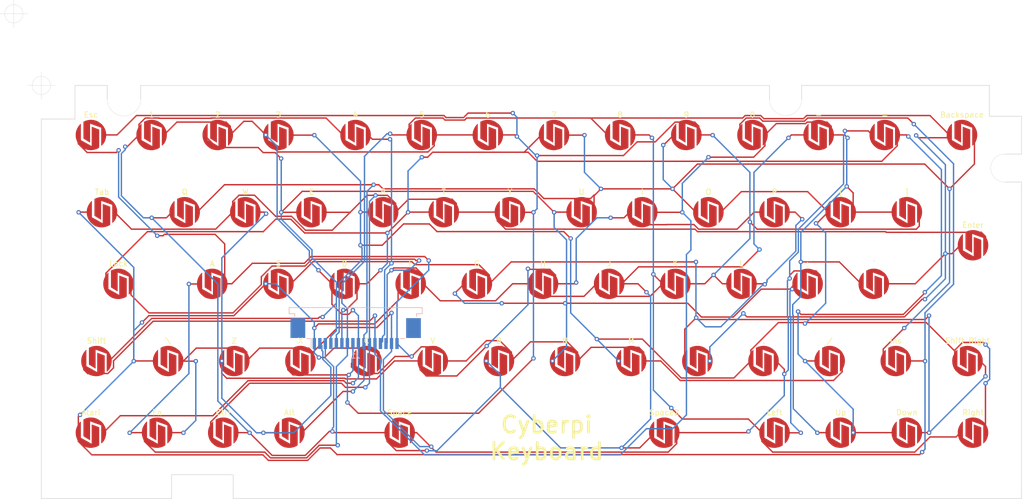
<source format=kicad_pcb>
(kicad_pcb (version 20211014) (generator pcbnew)
  (layers (0 "F.Cu" signal) (31 "B.Cu" signal) (34 "B.Paste" user) (35 "F.Paste" user) (36 "B.SilkS" user "B.Silkscreen") (37 "F.SilkS" user "F.Silkscreen") (38 "B.Mask" user) (39 "F.Mask" user) (44 "Edge.Cuts" user))
  (net 0 "")
  (net 1 "/1")
  (net 2 "/2")
  (net 3 "/3")
  (net 4 "/4")
  (net 5 "/5")
  (net 6 "/6")
  (net 7 "/7")
  (net 8 "/8")
  (net 9 "/9")
  (net 10 "/10")
  (net 11 "/11")
  (net 12 "/12")
  (net 13 "/13")
  (net 14 "/14")
  (net 15 "/15")
  (net 16 "/16")
  (footprint "keyboard:MountingHole_5mm" (layer "F.Cu") (at 53.732 30.24)
    (fp_text reference "REF**" hide)
    (fp_text value "MountingHole_5mm" hide)
  )
  (footprint "keyboard:MountingHole_5mm" (layer "F.Cu") (at 101.732 30.24)
    (fp_text reference "REF**" hide)
    (fp_text value "MountingHole_5mm" hide)
  )
  (footprint "keyboard:MountingHole_5mm" (layer "F.Cu") (at 81.732 43.24)
    (fp_text reference "REF**" hide)
    (fp_text value "MountingHole_5mm" hide)
  )
  (footprint "keyboard:MountingHole_5mm" (layer "F.Cu") (at 31.732 70.24)
    (fp_text reference "REF**" hide)
    (fp_text value "MountingHole_5mm" hide)
  )
  (footprint "keyboard:MountingHole_5mm" (layer "F.Cu") (at 66.232 84.24)
    (fp_text reference "REF**" hide)
    (fp_text value "MountingHole_5mm" hide)
  )
  (footprint "keyboard:MountingHole_5mm" (layer "F.Cu") (at 177.732 84.24)
    (fp_text reference "REF**" hide)
    (fp_text value "MountingHole_5mm" hide)
  )
  (footprint "" (layer "F.Cu") (at 17.78 20.32)
    (fp_text reference "")
    (fp_text value "")
  )
  (footprint "keyboard:SW_Push_Membrane" (layer "F.Cu") (at 23.732 24.24)
    (fp_text reference "Esc")
    (fp_text value "Esc")
  )
  (footprint "keyboard:SW_Push_Membrane" (layer "F.Cu") (at 28.732 51.24)
    (fp_text reference "Lock")
    (fp_text value "Lock")
  )
  (footprint "keyboard:SW_Push_Membrane" (layer "F.Cu") (at 24.732 65.24)
    (fp_text reference "Shift")
    (fp_text value "Shift")
  )
  (footprint "keyboard:SW_Push_Membrane" (layer "F.Cu") (at 23.732 78.24)
    (fp_text reference "Atari")
    (fp_text value "Atari")
  )
  (footprint "keyboard:SW_Push_Membrane" (layer "F.Cu") (at 34.732 24.24)
    (fp_text reference "1")
    (fp_text value "1")
  )
  (footprint "keyboard:SW_Push_Membrane" (layer "F.Cu") (at 40.732 38.24)
    (fp_text reference "Q")
    (fp_text value "Q")
  )
  (footprint "keyboard:SW_Push_Membrane" (layer "F.Cu") (at 45.732 51.24)
    (fp_text reference "A")
    (fp_text value "A")
  )
  (footprint "keyboard:SW_Push_Membrane" (layer "F.Cu") (at 37.732 65.24)
    (fp_text reference "\\")
    (fp_text value "\\")
  )
  (footprint "keyboard:SW_Push_Membrane" (layer "F.Cu") (at 35.732 78.24)
    (fp_text reference "Fn")
    (fp_text value "Fn")
  )
  (footprint "keyboard:SW_Push_Membrane" (layer "F.Cu") (at 51.732 38.24)
    (fp_text reference "W")
    (fp_text value "W")
  )
  (footprint "keyboard:SW_Push_Membrane" (layer "F.Cu") (at 57.732 51.24)
    (fp_text reference "S")
    (fp_text value "S")
  )
  (footprint "keyboard:SW_Push_Membrane" (layer "F.Cu") (at 49.732 65.24)
    (fp_text reference "Z")
    (fp_text value "Z")
  )
  (footprint "keyboard:SW_Push_Membrane" (layer "F.Cu") (at 47.732 78.24)
    (fp_text reference "Ctrl")
    (fp_text value "Ctrl")
  )
  (footprint "keyboard:SW_Push_Membrane" (layer "F.Cu") (at 63.732 38.24)
    (fp_text reference "E")
    (fp_text value "E")
  )
  (footprint "keyboard:SW_Push_Membrane" (layer "F.Cu") (at 69.732 51.24)
    (fp_text reference "D")
    (fp_text value "D")
  )
  (footprint "keyboard:SW_Push_Membrane" (layer "F.Cu") (at 61.732 65.24)
    (fp_text reference "X")
    (fp_text value "X")
  )
  (footprint "keyboard:SW_Push_Membrane" (layer "F.Cu") (at 59.732 78.24)
    (fp_text reference "Alt")
    (fp_text value "Alt")
  )
  (footprint "keyboard:SW_Push_Membrane" (layer "F.Cu") (at 71.732 24.24)
    (fp_text reference "4")
    (fp_text value "4")
  )
  (footprint "keyboard:SW_Push_Membrane" (layer "F.Cu") (at 76.732 38.24)
    (fp_text reference "R")
    (fp_text value "R")
  )
  (footprint "keyboard:SW_Push_Membrane" (layer "F.Cu") (at 81.732 51.24)
    (fp_text reference "F")
    (fp_text value "F")
  )
  (footprint "keyboard:SW_Push_Membrane" (layer "F.Cu") (at 73.732 65.24)
    (fp_text reference "C")
    (fp_text value "C")
  )
  (footprint "keyboard:SW_Push_Membrane" (layer "F.Cu") (at 79.732 78.24)
    (fp_text reference "Space")
    (fp_text value "Space")
  )
  (footprint "keyboard:SW_Push_Membrane" (layer "F.Cu") (at 83.732 24.24)
    (fp_text reference "5")
    (fp_text value "5")
  )
  (footprint "keyboard:SW_Push_Membrane" (layer "F.Cu") (at 87.732 38.24)
    (fp_text reference "T")
    (fp_text value "T")
  )
  (footprint "keyboard:SW_Push_Membrane" (layer "F.Cu") (at 93.732 51.24)
    (fp_text reference "G")
    (fp_text value "G")
  )
  (footprint "keyboard:SW_Push_Membrane" (layer "F.Cu") (at 85.732 65.24)
    (fp_text reference "V")
    (fp_text value "V")
  )
  (footprint "keyboard:SW_Push_Membrane" (layer "F.Cu") (at 147.732 78.24)
    (fp_text reference "Left")
    (fp_text value "Left")
  )
  (footprint "keyboard:SW_Push_Membrane" (layer "F.Cu") (at 99.732 38.24)
    (fp_text reference "Y")
    (fp_text value "Y")
  )
  (footprint "keyboard:SW_Push_Membrane" (layer "F.Cu") (at 105.732 51.24)
    (fp_text reference "H")
    (fp_text value "H")
  )
  (footprint "keyboard:SW_Push_Membrane" (layer "F.Cu") (at 97.732 65.24)
    (fp_text reference "B")
    (fp_text value "B")
  )
  (footprint "keyboard:SW_Push_Membrane" (layer "F.Cu") (at 159.732 78.24)
    (fp_text reference "Up")
    (fp_text value "Up")
  )
  (footprint "keyboard:SW_Push_Membrane" (layer "F.Cu") (at 107.732 24.24)
    (fp_text reference "7")
    (fp_text value "7")
  )
  (footprint "keyboard:SW_Push_Membrane" (layer "F.Cu") (at 112.732 38.24)
    (fp_text reference "U")
    (fp_text value "U")
  )
  (footprint "keyboard:SW_Push_Membrane" (layer "F.Cu") (at 117.732 51.24)
    (fp_text reference "J")
    (fp_text value "J")
  )
  (footprint "keyboard:SW_Push_Membrane" (layer "F.Cu") (at 109.732 65.24)
    (fp_text reference "N")
    (fp_text value "N")
  )
  (footprint "keyboard:SW_Push_Membrane" (layer "F.Cu") (at 171.732 78.24)
    (fp_text reference "Down")
    (fp_text value "Down")
  )
  (footprint "keyboard:SW_Push_Membrane" (layer "F.Cu") (at 119.732 24.24)
    (fp_text reference "8")
    (fp_text value "8")
  )
  (footprint "keyboard:SW_Push_Membrane" (layer "F.Cu") (at 123.732 38.24)
    (fp_text reference "I")
    (fp_text value "I")
  )
  (footprint "keyboard:SW_Push_Membrane" (layer "F.Cu") (at 129.732 51.24)
    (fp_text reference "K")
    (fp_text value "K")
  )
  (footprint "keyboard:SW_Push_Membrane" (layer "F.Cu") (at 121.732 65.24)
    (fp_text reference "M")
    (fp_text value "M")
  )
  (footprint "keyboard:SW_Push_Membrane" (layer "F.Cu") (at 183.732 78.24)
    (fp_text reference "Right")
    (fp_text value "Right")
  )
  (footprint "keyboard:SW_Push_Membrane" (layer "F.Cu") (at 131.732 24.24)
    (fp_text reference "9")
    (fp_text value "9")
  )
  (footprint "keyboard:SW_Push_Membrane" (layer "F.Cu") (at 135.732 38.24)
    (fp_text reference "O")
    (fp_text value "O")
  )
  (footprint "keyboard:SW_Push_Membrane" (layer "F.Cu") (at 141.732 51.24)
    (fp_text reference "L")
    (fp_text value "L")
  )
  (footprint "keyboard:SW_Push_Membrane" (layer "F.Cu") (at 133.732 65.24)
    (fp_text reference ",")
    (fp_text value ",")
  )
  (footprint "keyboard:SW_Push_Membrane" (layer "F.Cu") (at 153.732 51.24)
    (fp_text reference ";")
    (fp_text value ";")
  )
  (footprint "keyboard:SW_Push_Membrane" (layer "F.Cu") (at 145.732 65.24)
    (fp_text reference ".")
    (fp_text value ".")
  )
  (footprint "keyboard:SW_Push_Membrane" (layer "F.Cu") (at 155.732 24.24)
    (fp_text reference "-")
    (fp_text value "-")
  )
  (footprint "keyboard:SW_Push_Membrane" (layer "F.Cu") (at 159.732 38.24)
    (fp_text reference "[")
    (fp_text value "[")
  )
  (footprint "keyboard:SW_Push_Membrane" (layer "F.Cu") (at 165.732 51.24)
    (fp_text reference "'")
    (fp_text value "'")
  )
  (footprint "keyboard:SW_Push_Membrane" (layer "F.Cu") (at 157.732 65.24)
    (fp_text reference "/")
    (fp_text value "/")
  )
  (footprint "keyboard:SW_Push_Membrane" (layer "F.Cu") (at 167.732 24.24)
    (fp_text reference "=")
    (fp_text value "=")
  )
  (footprint "keyboard:SW_Push_Membrane" (layer "F.Cu") (at 171.732 38.24)
    (fp_text reference "]")
    (fp_text value "]")
  )
  (footprint "keyboard:SW_Push_Membrane" (layer "F.Cu") (at 169.732 65.24)
    (fp_text reference "Ins")
    (fp_text value "Ins")
  )
  (footprint "keyboard:SW_Push_Membrane" (layer "F.Cu") (at 181.732 24.24)
    (fp_text reference "Backspace")
    (fp_text value "Backspace")
  )
  (footprint "keyboard:SW_Push_Membrane" (layer "F.Cu") (at 183.732 44.24)
    (fp_text reference "Enter")
    (fp_text value "Enter")
  )
  (footprint "keyboard:SW_Push_Membrane" (layer "F.Cu") (at 182.732 65.24)
    (fp_text reference "Shift_Right")
    (fp_text value "Shift_Right")
  )
  (footprint "keyboard:SW_Push_Membrane" (layer "F.Cu") (at 143.732 24.24)
    (fp_text reference "0")
    (fp_text value "0")
  )
  (footprint "keyboard:SW_Push_Membrane" (layer "F.Cu") (at 25.732 38.24)
    (fp_text reference "Tab")
    (fp_text value "Tab")
  )
  (footprint "keyboard:SW_Push_Membrane" (layer "F.Cu") (at 46.732 24.24)
    (fp_text reference "2")
    (fp_text value "2")
  )
  (footprint "keyboard:SW_Push_Membrane" (layer "F.Cu") (at 57.732 24.24)
    (fp_text reference "3")
    (fp_text value "3")
  )
  (footprint "keyboard:SW_Push_Membrane" (layer "F.Cu") (at 95.732 24.24)
    (fp_text reference "6")
    (fp_text value "6")
  )
  (footprint "keyboard:SW_Push_Membrane" (layer "F.Cu") (at 127.732 78.24)
    (fp_text reference "Space2")
    (fp_text value "Space2")
  )
  (footprint "keyboard:SW_Push_Membrane" (layer "F.Cu") (at 147.732 38.24)
    (fp_text reference "P")
    (fp_text value "P")
  )
  (footprint "keyboard:MountingHole_5mm" (layer "F.Cu") (at 103.732 71.24)
    (fp_text reference "REF**" hide)
    (fp_text value "MountingHole_5mm" hide)
  )
  (footprint "keyboard:MountingHole_5mm" (layer "F.Cu") (at 79.732 71.24)
    (fp_text reference "REF**" hide)
    (fp_text value "MountingHole_5mm" hide)
  )
  (footprint "MountingHole:MountingHole_3mm" (layer "F.Cu") (at 53.75 17.75)
    (fp_text reference "REF**" hide)
    (fp_text value "MountingHole_3mm" hide)
  )
  (footprint "MountingHole:MountingHole_3mm" (layer "F.Cu") (at 89.732 17.74)
    (fp_text reference "REF**" hide)
    (fp_text value "MountingHole_3mm" hide)
  )
  (footprint "MountingHole:MountingHole_3mm" (layer "F.Cu") (at 125.232 17.74)
    (fp_text reference "REF**" hide)
    (fp_text value "MountingHole_3mm" hide)
  )
  (footprint "MountingHole:MountingHole_3mm" (layer "F.Cu") (at 162.232 17.74)
    (fp_text reference "REF**" hide)
    (fp_text value "MountingHole_3mm" hide)
  )
  (footprint "MountingHole:MountingHole_3mm" (layer "F.Cu") (at 189.732 57.24)
    (fp_text reference "REF**" hide)
    (fp_text value "MountingHole_3mm" hide)
  )
  (footprint "MountingHole:MountingHole_3mm" (layer "F.Cu") (at 189.732 84.24)
    (fp_text reference "REF**" hide)
    (fp_text value "MountingHole_3mm" hide)
  )
  (footprint "MountingHole:MountingHole_3mm" (layer "F.Cu") (at 153.732 84.24)
    (fp_text reference "REF**" hide)
    (fp_text value "MountingHole_3mm" hide)
  )
  (footprint "MountingHole:MountingHole_3mm" (layer "F.Cu") (at 125.732 85.74)
    (fp_text reference "REF**" hide)
    (fp_text value "MountingHole_3mm" hide)
  )
  (footprint "MountingHole:MountingHole_3mm" (layer "F.Cu") (at 89.732 85.74)
    (fp_text reference "REF**" hide)
    (fp_text value "MountingHole_3mm" hide)
  )
  (footprint "MountingHole:MountingHole_3mm" (layer "F.Cu") (at 53.232 84.24)
    (fp_text reference "REF**" hide)
    (fp_text value "MountingHole_3mm" hide)
  )
  (footprint "MountingHole:MountingHole_3mm" (layer "F.Cu") (at 17.232 84.24)
    (fp_text reference "REF**" hide)
    (fp_text value "MountingHole_3mm" hide)
  )
  (footprint "MountingHole:MountingHole_3mm" (layer "F.Cu") (at 17.232 57.24)
    (fp_text reference "REF**" hide)
    (fp_text value "MountingHole_3mm" hide)
  )
  (footprint "MountingHole:MountingHole_3mm" (layer "F.Cu") (at 57.732 43.74)
    (fp_text reference "REF**" hide)
    (fp_text value "MountingHole_3mm" hide)
  )
  (footprint "MountingHole:MountingHole_3mm" (layer "F.Cu") (at 129.732 43.74)
    (fp_text reference "REF**" hide)
    (fp_text value "MountingHole_3mm" hide)
  )
  (footprint "MountingHole:MountingHole_3mm" (layer "F.Cu") (at 165.732 43.74)
    (fp_text reference "REF**" hide)
    (fp_text value "MountingHole_3mm" hide)
  )
  (footprint "MountingHole:MountingHole_3mm" (layer "F.Cu") (at 87.232 57.24)
    (fp_text reference "REF**" hide)
    (fp_text value "MountingHole_3mm" hide)
  )
  (footprint "Connector_FFC-FPC:TE_1-84953-6_1x16-1MP_P1.0mm_Horizontal" (layer "B.Cu") (at 71.75 60.25)
    (fp_text reference "J1")
    (fp_text value "Conn_02x08_Odd_Even")
  )
  (gr_line (start 192.532 27.686) (end 192.532 20.828) (layer "Edge.Cuts") (width 0.1))
  (gr_line (start 192.532 90.17) (end 192.532 32.766) (layer "Edge.Cuts") (width 0.1))
  (gr_line (start 32.75 15.25) (end 146.812 15.25) (layer "Edge.Cuts") (width 0.1))
  (gr_arc (start 152.654 17.78) (mid 149.733 20.701) (end 146.812 17.78) (layer "Edge.Cuts") (width 0.05))
  (gr_line (start 20.828 15.24) (end 26.686 15.24) (layer "Edge.Cuts") (width 0.1))
  (gr_line (start 152.654 17.78) (end 152.654 15.24) (layer "Edge.Cuts") (width 0.1))
  (gr_line (start 186.69 15.24) (end 186.69 20.828) (layer "Edge.Cuts") (width 0.1))
  (gr_arc (start 189.484 32.766) (mid 186.944 30.226) (end 189.484 27.686) (layer "Edge.Cuts") (width 0.05))
  (gr_line (start 14.732 90.17) (end 14.732 21.336) (layer "Edge.Cuts") (width 0.1))
  (gr_line (start 49.53 90.17) (end 49.53 85.852) (layer "Edge.Cuts") (width 0.1))
  (gr_line (start 38.354 90.17) (end 14.732 90.17) (layer "Edge.Cuts") (width 0.1))
  (gr_line (start 146.812 15.25) (end 146.812 17.78) (layer "Edge.Cuts") (width 0.1))
  (gr_line (start 38.354 85.852) (end 38.354 90.17) (layer "Edge.Cuts") (width 0.1))
  (gr_line (start 152.654 15.24) (end 186.69 15.24) (layer "Edge.Cuts") (width 0.1))
  (gr_line (start 14.732 21.336) (end 20.828 21.336) (layer "Edge.Cuts") (width 0.1))
  (gr_arc (start 32.75 17.75) (mid 29.718 20.782) (end 26.686 17.75) (layer "Edge.Cuts") (width 0.05))
  (gr_line (start 49.53 85.852) (end 38.354 85.852) (layer "Edge.Cuts") (width 0.1))
  (gr_line (start 192.532 90.17) (end 49.53 90.17) (layer "Edge.Cuts") (width 0.1))
  (gr_line (start 20.828 21.336) (end 20.828 15.24) (layer "Edge.Cuts") (width 0.1))
  (gr_line (start 32.75 17.75) (end 32.75 15.25) (layer "Edge.Cuts") (width 0.1))
  (gr_line (start 186.69 20.828) (end 192.532 20.828) (layer "Edge.Cuts") (width 0.1))
  (gr_line (start 189.484 27.686) (end 192.532 27.686) (layer "Edge.Cuts") (width 0.1))
  (gr_line (start 26.686 15.24) (end 26.686 17.75) (layer "Edge.Cuts") (width 0.1))
  (gr_line (start 192.532 32.766) (end 189.484 32.766) (layer "Edge.Cuts") (width 0.1))
  (gr_text "Cyberpi\nKeyboard" (at 106.4 79.2) (layer "F.SilkS") (effects (font (size 3 3) (thickness 0.5))))
  (target plus (at 14.732 15.24) (size 5) (width 0.05) (layer "Edge.Cuts"))
  (target plus (at 9.732 2.24) (size 5) (width 0.05) (layer "Edge.Cuts"))
  (segment (start 34.22468 57) (end 32.987338 58.237342) (width 0.25) (layer "F.Cu") (net 1))
  (segment (start 23.446 38.2146) (end 21.5354 38.2146) (width 0.25) (layer "F.Cu") (net 1))
  (segment (start 172.600001 21.849999) (end 173 22.249998) (width 0.25) (layer "F.Cu") (net 1))
  (segment (start 21.5354 38.2146) (end 21.5 38.25) (width 0.25) (layer "F.Cu") (net 1))
  (segment (start 35.446 65.2146) (end 31.535406 65.2146) (width 0.25) (layer "F.Cu") (net 1))
  (segment (start 75.9926 65.2146) (end 75.9926 63.633298) (width 0.25) (layer "F.Cu") (net 1))
  (segment (start 64.999988 58.500004) (end 64.649991 58.850001) (width 0.25) (layer "F.Cu") (net 1))
  (segment (start 65.290998 81) (end 67.173002 81) (width 0.25) (layer "F.Cu") (net 1))
  (segment (start 75.243178 62.883876) (end 67.812022 62.883876) (width 0.25) (layer "F.Cu") (net 1))
  (segment (start 49.6606 57) (end 34.22468 57) (width 0.25) (layer "F.Cu") (net 1))
  (segment (start 145.592358 21.709311) (end 153.177104 21.709311) (width 0.25) (layer "F.Cu") (net 1))
  (segment (start 171.9926 65.2146) (end 174.98959 65.2146) (width 0.25) (layer "F.Cu") (net 1))
  (segment (start 23.887617 82.25) (end 54.920384 82.25) (width 0.25) (layer "F.Cu") (net 1))
  (segment (start 21.446 75.304) (end 21.75 75) (width 0.25) (layer "F.Cu") (net 1))
  (segment (start 141.446 22.287254) (end 142.585977 21.147277) (width 0.25) (layer "F.Cu") (net 1))
  (segment (start 55.920383 83.25) (end 63.040998 83.25) (width 0.25) (layer "F.Cu") (net 1))
  (segment (start 75.176994 58.500004) (end 64.999988 58.500004) (width 0.25) (layer "F.Cu") (net 1))
  (segment (start 79.446 54.230998) (end 75.176994 58.500004) (width 0.25) (layer "F.Cu") (net 1))
  (segment (start 63.040998 83.25) (end 65.290998 81) (width 0.25) (layer "F.Cu") (net 1))
  (segment (start 54.920384 82.25) (end 55.920383 83.25) (width 0.25) (layer "F.Cu") (net 1))
  (segment (start 55.446 51.2146) (end 49.6606 57) (width 0.25) (layer "F.Cu") (net 1))
  (segment (start 174.049988 82.200011) (end 174.499999 81.75) (width 0.25) (layer "F.Cu") (net 1))
  (segment (start 153.177104 21.709311) (end 153.739139 21.147277) (width 0.25) (layer "F.Cu") (net 1))
  (segment (start 67.812022 62.883876) (end 66.109991 64.585907) (width 0.25) (layer "F.Cu") (net 1))
  (segment (start 153.739139 21.147277) (end 171.897278 21.147276) (width 0.25) (layer "F.Cu") (net 1))
  (segment (start 21.446 78.2146) (end 21.446 75.304) (width 0.25) (layer "F.Cu") (net 1))
  (segment (start 21.446 78.2146) (end 21.446 79.808383) (width 0.25) (layer "F.Cu") (net 1))
  (segment (start 142.585977 21.147277) (end 145.030324 21.147277) (width 0.25) (layer "F.Cu") (net 1))
  (segment (start 68.373013 82.200011) (end 174.049988 82.200011) (width 0.25) (layer "F.Cu") (net 1))
  (segment (start 145.030324 21.147277) (end 145.592358 21.709311) (width 0.25) (layer "F.Cu") (net 1))
  (segment (start 31.535406 65.2146) (end 31.5 65.250006) (width 0.25) (layer "F.Cu") (net 1))
  (segment (start 67.173002 81) (end 68.373013 82.200011) (width 0.25) (layer "F.Cu") (net 1))
  (segment (start 64.649991 58.850001) (end 64.249992 59.25) (width 0.25) (layer "F.Cu") (net 1))
  (segment (start 174.98959 65.2146) (end 175.02499 65.25) (width 0.25) (layer "F.Cu") (net 1))
  (segment (start 79.446 51.2146) (end 79.446 54.230998) (width 0.25) (layer "F.Cu") (net 1))
  (segment (start 141.446 24.2146) (end 141.446 22.287254) (width 0.25) (layer "F.Cu") (net 1))
  (segment (start 171.897278 21.147276) (end 172.600001 21.849999) (width 0.25) (layer "F.Cu") (net 1))
  (segment (start 21.446 79.808383) (end 23.887617 82.25) (width 0.25) (layer "F.Cu") (net 1))
  (segment (start 66.109991 64.585907) (end 65.074979 64.585907) (width 0.25) (layer "F.Cu") (net 1))
  (segment (start 75.9926 63.633298) (end 75.243178 62.883876) (width 0.25) (layer "F.Cu") (net 1))
  (via (at 175.02499 65.25) (size 0.8) (drill 0.4) (layers "F.Cu" "B.Cu") (net 1))
  (via (at 31.5 65.250006) (size 0.8) (drill 0.4) (layers "F.Cu" "B.Cu") (net 1))
  (via (at 21.75 75) (size 0.8) (drill 0.4) (layers "F.Cu" "B.Cu") (net 1))
  (via (at 21.5 38.25) (size 0.8) (drill 0.4) (layers "F.Cu" "B.Cu") (net 1))
  (via (at 55.446 51.2146) (size 0.8) (drill 0.4) (layers "F.Cu" "B.Cu") (net 1))
  (via (at 32.987338 58.237342) (size 0.8) (drill 0.4) (layers "F.Cu" "B.Cu") (net 1))
  (via (at 173 22.249998) (size 0.8) (drill 0.4) (layers "F.Cu" "B.Cu") (net 1))
  (via (at 65.074979 64.585907) (size 0.8) (drill 0.4) (layers "F.Cu" "B.Cu") (net 1))
  (via (at 64.249992 59.25) (size 0.8) (drill 0.4) (layers "F.Cu" "B.Cu") (net 1))
  (via (at 174.499999 81.75) (size 0.8) (drill 0.4) (layers "F.Cu" "B.Cu") (net 1))
  (segment (start 175.02499 56.47501) (end 180.200012 51.299988) (width 0.25) (layer "B.Cu") (net 1))
  (segment (start 55.446 51.2146) (end 57.280284 51.2146) (width 0.25) (layer "B.Cu") (net 1))
  (segment (start 175.02499 65.25) (end 175.02499 56.47501) (width 0.25) (layer "B.Cu") (net 1))
  (segment (start 175.02499 65.25) (end 175.02499 81.225009) (width 0.25) (layer "B.Cu") (net 1))
  (segment (start 21.5 38.25) (end 31.5 48.25) (width 0.25) (layer "B.Cu") (net 1))
  (segment (start 175.02499 81.225009) (end 174.499999 81.75) (width 0.25) (layer "B.Cu") (net 1))
  (segment (start 173.399999 22.649997) (end 173 22.249998) (width 0.25) (layer "B.Cu") (net 1))
  (segment (start 32.587339 58.637341) (end 32.987338 58.237342) (width 0.25) (layer "B.Cu") (net 1))
  (segment (start 21.75 75) (end 31.499994 65.250006) (width 0.25) (layer "B.Cu") (net 1))
  (segment (start 31.5 65.250006) (end 31.5 59.72468) (width 0.25) (layer "B.Cu") (net 1))
  (segment (start 31.5 59.72468) (end 32.587339 58.637341) (width 0.25) (layer "B.Cu") (net 1))
  (segment (start 64.67498 64.185908) (end 65.074979 64.585907) (width 0.25) (layer "B.Cu") (net 1))
  (segment (start 180.200012 29.45001) (end 173.399999 22.649997) (width 0.25) (layer "B.Cu") (net 1))
  (segment (start 64.25 62.05) (end 64.25 63.760928) (width 0.25) (layer "B.Cu") (net 1))
  (segment (start 180.200012 51.299988) (end 180.200012 29.45001) (width 0.25) (layer "B.Cu") (net 1))
  (segment (start 31.499994 65.250006) (end 31.5 65.250006) (width 0.25) (layer "B.Cu") (net 1))
  (segment (start 64.249992 58.184308) (end 64.249992 58.684315) (width 0.25) (layer "B.Cu") (net 1))
  (segment (start 64.25 62.05) (end 64.25 59.250008) (width 0.25) (layer "B.Cu") (net 1))
  (segment (start 64.249992 58.684315) (end 64.249992 59.25) (width 0.25) (layer "B.Cu") (net 1))
  (segment (start 64.25 59.250008) (end 64.249992 59.25) (width 0.25) (layer "B.Cu") (net 1))
  (segment (start 64.25 63.760928) (end 64.67498 64.185908) (width 0.25) (layer "B.Cu") (net 1))
  (segment (start 31.5 48.25) (end 31.5 65.250006) (width 0.25) (layer "B.Cu") (net 1))
  (segment (start 57.280284 51.2146) (end 64.249992 58.184308) (width 0.25) (layer "B.Cu") (net 1))
  (segment (start 118 39.25) (end 120.4106 39.25) (width 0.25) (layer "F.Cu") (net 2))
  (segment (start 83.446 65.2146) (end 83.446 66.808383) (width 0.25) (layer "F.Cu") (net 2))
  (segment (start 83.446 65.2146) (end 78.7854 65.2146) (width 0.25) (layer "F.Cu") (net 2))
  (segment (start 48.349978 68.349978) (end 47.47501 67.47501) (width 0.25) (layer "F.Cu") (net 2))
  (segment (start 55.0354 78.2146) (end 55 78.25) (width 0.25) (layer "F.Cu") (net 2))
  (segment (start 103.100001 48.600001) (end 106.959303 48.600001) (width 0.25) (layer "F.Cu") (net 2))
  (segment (start 122.132201 40.494584) (end 121.446 39.808383) (width 0.25) (layer "F.Cu") (net 2))
  (segment (start 55.2146 38.2146) (end 55.5 38.5) (width 0.25) (layer "F.Cu") (net 2))
  (segment (start 75.524983 68.475017) (end 69.901999 68.475017) (width 0.25) (layer "F.Cu") (net 2))
  (segment (start 57.446 78.2146) (end 55.0354 78.2146) (width 0.25) (layer "F.Cu") (net 2))
  (segment (start 83.446 66.808383) (end 84.576136 67.938519) (width 0.25) (layer "F.Cu") (net 2))
  (segment (start 128.160003 40.494584) (end 122.132201 40.494584) (width 0.25) (layer "F.Cu") (net 2))
  (segment (start 111.5354 51.2146) (end 111.75 51) (width 0.25) (layer "F.Cu") (net 2))
  (segment (start 107.9926 51.2146) (end 111.5354 51.2146) (width 0.25) (layer "F.Cu") (net 2))
  (segment (start 69.901999 68.475017) (end 69.77696 68.349978) (width 0.25) (layer "F.Cu") (net 2))
  (segment (start 90.086801 67.938519) (end 95.112661 62.912659) (width 0.25) (layer "F.Cu") (net 2))
  (segment (start 120.4106 39.25) (end 121.446 38.2146) (width 0.25) (layer "F.Cu") (net 2))
  (segment (start 103 48.5) (end 103.100001 48.600001) (width 0.25) (layer "F.Cu") (net 2))
  (segment (start 145.446 38.2146) (end 144.0354 38.2146) (width 0.25) (layer "F.Cu") (net 2))
  (segment (start 133.101398 40.464988) (end 128.189599 40.464988) (width 0.25) (layer "F.Cu") (net 2))
  (segment (start 128.189599 40.464988) (end 128.160003 40.494584) (width 0.25) (layer "F.Cu") (net 2))
  (segment (start 95.112661 62.912659) (end 95.51266 62.51266) (width 0.25) (layer "F.Cu") (net 2))
  (segment (start 107.9926 49.633298) (end 107.9926 51.2146) (width 0.25) (layer "F.Cu") (net 2))
  (segment (start 144.0354 38.2146) (end 140.94259 41.30741) (width 0.25) (layer "F.Cu") (net 2))
  (segment (start 106.959303 48.600001) (end 107.9926 49.633298) (width 0.25) (layer "F.Cu") (net 2))
  (segment (start 133.94382 41.30741) (end 133.101398 40.464988) (width 0.25) (layer "F.Cu") (net 2))
  (segment (start 47.47501 67.47501) (end 47.47501 65.2146) (width 0.25) (layer "F.Cu") (net 2))
  (segment (start 140.94259 41.30741) (end 133.94382 41.30741) (width 0.25) (layer "F.Cu") (net 2))
  (segment (start 121.446 39.808383) (end 121.446 38.2146) (width 0.25) (layer "F.Cu") (net 2))
  (segment (start 78.7854 65.2146) (end 75.524983 68.475017) (width 0.25) (layer "F.Cu") (net 2))
  (segment (start 84.576136 67.938519) (end 90.086801 67.938519) (width 0.25) (layer "F.Cu") (net 2))
  (segment (start 69.77696 68.349978) (end 48.349978 68.349978) (width 0.25) (layer "F.Cu") (net 2))
  (segment (start 53.9926 38.2146) (end 55.2146 38.2146) (width 0.25) (layer "F.Cu") (net 2))
  (via (at 111.75 51) (size 0.8) (drill 0.4) (layers "F.Cu" "B.Cu") (net 2))
  (via (at 47.47501 65.2146) (size 0.8) (drill 0.4) (layers "F.Cu" "B.Cu") (net 2))
  (via (at 55.5 38.5) (size 0.8) (drill 0.4) (layers "F.Cu" "B.Cu") (net 2))
  (via (at 55 78.25) (size 0.8) (drill 0.4) (layers "F.Cu" "B.Cu") (net 2))
  (via (at 95.51266 62.51266) (size 0.8) (drill 0.4) (layers "F.Cu" "B.Cu") (net 2))
  (via (at 103 48.5) (size 0.8) (drill 0.4) (layers "F.Cu" "B.Cu") (net 2))
  (via (at 118 39.25) (size 0.8) (drill 0.4) (layers "F.Cu" "B.Cu") (net 2))
  (segment (start 103 55.02532) (end 95.51266 62.51266) (width 0.25) (layer "B.Cu") (net 2))
  (segment (start 103 48.5) (end 103 55.02532) (width 0.25) (layer "B.Cu") (net 2))
  (segment (start 65.79998 64.933908) (end 65.79998 63.489982) (width 0.25) (layer "B.Cu") (net 2))
  (segment (start 60.5 78.25) (end 67.25 71.5) (width 0.25) (layer "B.Cu") (net 2))
  (segment (start 65.619999 63.310001) (end 65.619999 62.419999) (width 0.25) (layer "B.Cu") (net 2))
  (segment (start 55 78.25) (end 53.75 78.25) (width 0.25) (layer "B.Cu") (net 2))
  (segment (start 47.47501 46.52499) (end 47.47501 64.648915) (width 0.25) (layer "B.Cu") (net 2))
  (segment (start 47.47501 71.97501) (end 47.47501 65.2146) (width 0.25) (layer "B.Cu") (net 2))
  (segment (start 55 78.25) (end 60.5 78.25) (width 0.25) (layer "B.Cu") (net 2))
  (segment (start 111.75 43) (end 115.5 39.25) (width 0.25) (layer "B.Cu") (net 2))
  (segment (start 65.619999 62.419999) (end 65.25 62.05) (width 0.25) (layer "B.Cu") (net 2))
  (segment (start 65.79998 63.489982) (end 65.619999 63.310001) (width 0.25) (layer "B.Cu") (net 2))
  (segment (start 115.5 39.25) (end 118 39.25) (width 0.25) (layer "B.Cu") (net 2))
  (segment (start 53.75 78.25) (end 47.47501 71.97501) (width 0.25) (layer "B.Cu") (net 2))
  (segment (start 67.25 71.5) (end 67.25 66.383928) (width 0.25) (layer "B.Cu") (net 2))
  (segment (start 111.75 51) (end 111.75 43) (width 0.25) (layer "B.Cu") (net 2))
  (segment (start 47.47501 64.648915) (end 47.47501 65.2146) (width 0.25) (layer "B.Cu") (net 2))
  (segment (start 67.25 66.383928) (end 65.79998 64.933908) (width 0.25) (layer "B.Cu") (net 2))
  (segment (start 55.5 38.5) (end 47.47501 46.52499) (width 0.25) (layer "B.Cu") (net 2))
  (segment (start 32.446 24.2146) (end 30.316721 26.343879) (width 0.25) (layer "F.Cu") (net 3))
  (segment (start 52.464602 78.2146) (end 52.500002 78.25) (width 0.25) (layer "F.Cu") (net 3))
  (segment (start 38.446 38.2146) (end 37.4106 39.25) (width 0.25) (layer "F.Cu") (net 3))
  (segment (start 79.112618 81.475001) (end 84.098811 81.475001) (width 0.25) (layer "F.Cu") (net 3))
  (segment (start 37.4106 39.25) (end 34.75 39.25) (width 0.25) (layer "F.Cu") (net 3))
  (segment (start 30.316721 26.343879) (end 29.939027 26.343879) (width 0.25) (layer "F.Cu") (net 3))
  (segment (start 33.585978 21.147276) (end 36.030324 21.147276) (width 0.25) (layer "F.Cu") (net 3))
  (segment (start 32.446 22.287254) (end 33.585978 21.147276) (width 0.25) (layer "F.Cu") (net 3))
  (segment (start 77.446 78.2146) (end 67.73959 78.2146) (width 0.25) (layer "F.Cu") (net 3))
  (segment (start 141.852724 48.147276) (end 123.059924 48.147276) (width 0.25) (layer "F.Cu") (net 3))
  (segment (start 49.9926 78.2146) (end 52.464602 78.2146) (width 0.25) (layer "F.Cu") (net 3))
  (segment (start 125.446 78.2146) (end 125.446 78.804) (width 0.25) (layer "F.Cu") (net 3))
  (segment (start 77.446 79.808383) (end 79.112618 81.475001) (width 0.25) (layer "F.Cu") (net 3))
  (segment (start 32.446 24.2146) (end 32.446 22.287254) (width 0.25) (layer "F.Cu") (net 3))
  (segment (start 123.26266 80.98734) (end 119.98734 80.98734) (width 0.25) (layer "F.Cu") (net 3))
  (segment (start 66.378676 21.147276) (end 68.998582 23.767182) (width 0.25) (layer "F.Cu") (net 3))
  (segment (start 45.585978 21.147276) (end 66.378676 21.147276) (width 0.25) (layer "F.Cu") (net 3))
  (segment (start 125.446 78.804) (end 123.26266 80.98734) (width 0.25) (layer "F.Cu") (net 3))
  (segment (start 52.500002 78.25) (end 56.599978 82.349978) (width 0.25) (layer "F.Cu") (net 3))
  (segment (start 119.9926 51.2146) (end 122.9646 51.2146) (width 0.25) (layer "F.Cu") (net 3))
  (segment (start 123.059924 48.147276) (end 120.463546 50.743654) (width 0.25) (layer "F.Cu") (net 3))
  (segment (start 62.609327 82.349978) (end 66.959305 78) (width 0.25) (layer "F.Cu") (net 3))
  (segment (start 66.959305 78) (end 67.52499 78) (width 0.25) (layer "F.Cu") (net 3))
  (segment (start 77.446 78.2146) (end 77.446 79.808383) (width 0.25) (layer "F.Cu") (net 3))
  (segment (start 84.098811 81.475001) (end 84.664496 81.475001) (width 0.25) (layer "F.Cu") (net 3))
  (segment (start 145 45) (end 141.852724 48.147276) (width 0.25) (layer "F.Cu") (net 3))
  (segment (start 36.030324 21.147276) (end 36.083059 21.200011) (width 0.25) (layer "F.Cu") (net 3))
  (segment (start 56.599978 82.349978) (end 62.609327 82.349978) (width 0.25) (layer "F.Cu") (net 3))
  (segment (start 95.446 65.2146) (end 95.445992 65.214608) (width 0.25) (layer "F.Cu") (net 3))
  (segment (start 67.73959 78.2146) (end 67.52499 78) (width 0.25) (layer "F.Cu") (net 3))
  (segment (start 122.9646 51.2146) (end 124.5 52.75) (width 0.25) (layer "F.Cu") (net 3))
  (segment (start 45.533243 21.200011) (end 45.585978 21.147276) (width 0.25) (layer "F.Cu") (net 3))
  (segment (start 150.7854 24.2146) (end 150.25 24.75) (width 0.25) (layer "F.Cu") (net 3))
  (segment (start 153.446 24.2146) (end 150.7854 24.2146) (width 0.25) (layer "F.Cu") (net 3))
  (segment (start 68.998582 23.767182) (end 69.446 24.2146) (width 0.25) (layer "F.Cu") (net 3))
  (segment (start 36.083059 21.200011) (end 45.533243 21.200011) (width 0.25) (layer "F.Cu") (net 3))
  (segment (start 120.463546 50.743654) (end 119.9926 51.2146) (width 0.25) (layer "F.Cu") (net 3))
  (via (at 29.939027 26.343879) (size 0.8) (drill 0.4) (layers "F.Cu" "B.Cu") (net 3))
  (via (at 119.98734 80.98734) (size 0.8) (drill 0.4) (layers "F.Cu" "B.Cu") (net 3))
  (via (at 34.75 39.25) (size 0.8) (drill 0.4) (layers "F.Cu" "B.Cu") (net 3))
  (via (at 150.25 24.75) (size 0.8) (drill 0.4) (layers "F.Cu" "B.Cu") (net 3))
  (via (at 84.664496 81.475001) (size 0.8) (drill 0.4) (layers "F.Cu" "B.Cu") (net 3))
  (via (at 95.445992 65.214608) (size 0.8) (drill 0.4) (layers "F.Cu" "B.Cu") (net 3))
  (via (at 52.500002 78.25) (size 0.8) (drill 0.4) (layers "F.Cu" "B.Cu") (net 3))
  (via (at 145 45) (size 0.8) (drill 0.4) (layers "F.Cu" "B.Cu") (net 3))
  (via (at 67.52499 78) (size 0.8) (drill 0.4) (layers "F.Cu" "B.Cu") (net 3))
  (via (at 124.5 52.75) (size 0.8) (drill 0.4) (layers "F.Cu" "B.Cu") (net 3))
  (segment (start 95.845991 65.614607) (end 95.445992 65.214608) (width 0.25) (layer "B.Cu") (net 3))
  (segment (start 125.25 75.72468) (end 125.25 53.5) (width 0.25) (layer "B.Cu") (net 3))
  (segment (start 29.939027 26.909564) (end 29.939027 26.343879) (width 0.25) (layer "B.Cu") (net 3))
  (segment (start 144 44) (end 145 45) (width 0.25) (layer "B.Cu") (net 3))
  (segment (start 84.664496 81.475001) (end 84.689495 81.5) (width 0.25) (layer "B.Cu") (net 3))
  (segment (start 34.75 39.25) (end 33.25 39.25) (width 0.25) (layer "B.Cu") (net 3))
  (segment (start 119.421655 80.98734) (end 119.98734 80.98734) (width 0.25) (layer "B.Cu") (net 3))
  (segment (start 98 70.065685) (end 108.921655 80.98734) (width 0.25) (layer "B.Cu") (net 3))
  (segment (start 125.25 53.5) (end 124.5 52.75) (width 0.25) (layer "B.Cu") (net 3))
  (segment (start 29.25 27.598591) (end 29.939027 26.909564) (width 0.25) (layer "B.Cu") (net 3))
  (segment (start 46.75 51.25) (end 46.75 72.499998) (width 0.25) (layer "B.Cu") (net 3))
  (segment (start 84.689495 81.5) (end 86.5 81.5) (width 0.25) (layer "B.Cu") (net 3))
  (segment (start 98 70.065685) (end 98 67.768616) (width 0.25) (layer "B.Cu") (net 3))
  (segment (start 67.75 66.247518) (end 67.75 77.209305) (width 0.25) (layer "B.Cu") (net 3))
  (segment (start 66.25 64.747518) (end 67.75 66.247518) (width 0.25) (layer "B.Cu") (net 3))
  (segment (start 67.52499 77.434315) (end 67.52499 78) (width 0.25) (layer "B.Cu") (net 3))
  (segment (start 108.921655 80.98734) (end 119.421655 80.98734) (width 0.25) (layer "B.Cu") (net 3))
  (segment (start 150.25 24.75) (end 144 31) (width 0.25) (layer "B.Cu") (net 3))
  (segment (start 66.25 62.05) (end 66.25 64.747518) (width 0.25) (layer "B.Cu") (net 3))
  (segment (start 98 67.768616) (end 95.845991 65.614607) (width 0.25) (layer "B.Cu") (net 3))
  (segment (start 67.75 77.209305) (end 67.52499 77.434315) (width 0.25) (layer "B.Cu") (net 3))
  (segment (start 52.100003 77.850001) (end 52.500002 78.25) (width 0.25) (layer "B.Cu") (net 3))
  (segment (start 97.934315 70.065685) (end 98 70.065685) (width 0.25) (layer "B.Cu") (net 3))
  (segment (start 29.25 35.25) (end 29.25 27.598591) (width 0.25) (layer "B.Cu") (net 3))
  (segment (start 46.75 72.499998) (end 52.100003 77.850001) (width 0.25) (layer "B.Cu") (net 3))
  (segment (start 119.98734 80.98734) (end 125.25 75.72468) (width 0.25) (layer "B.Cu") (net 3))
  (segment (start 144 31) (end 144 44) (width 0.25) (layer "B.Cu") (net 3))
  (segment (start 86.5 81.5) (end 97.934315 70.065685) (width 0.25) (layer "B.Cu") (net 3))
  (segment (start 34.75 39.25) (end 46.75 51.25) (width 0.25) (layer "B.Cu") (net 3))
  (segment (start 33.25 39.25) (end 29.25 35.25) (width 0.25) (layer "B.Cu") (net 3))
  (segment (start 89.75 52.9106) (end 89.75 53) (width 0.25) (layer "F.Cu") (net 4))
  (segment (start 131.977623 54.75) (end 134.477623 57.25) (width 0.25) (layer "F.Cu") (net 4))
  (segment (start 152.5 78.25) (end 150.028 78.25) (width 0.25) (layer "F.Cu") (net 4))
  (segment (start 64.934315 57.5) (end 65.184315 57.25) (width 0.25) (layer "F.Cu") (net 4))
  (segment (start 150.028 78.25) (end 149.9926 78.2146) (width 0.25) (layer "F.Cu") (net 4))
  (segment (start 107.7854 38.2146) (end 107.75 38.25) (width 0.25) (layer "F.Cu") (net 4))
  (segment (start 145.31671 52.18329) (end 150.925021 52.18329) (width 0.25) (layer "F.Cu") (net 4))
  (segment (start 110.446 38.2146) (end 107.7854 38.2146) (width 0.25) (layer "F.Cu") (net 4))
  (segment (start 107.75 38.25) (end 103.949511 34.449511) (width 0.25) (layer "F.Cu") (net 4))
  (segment (start 54.057188 26.5) (end 54.972187 27.414999) (width 0.25) (layer "F.Cu") (net 4))
  (segment (start 150.925021 51.735579) (end 150.925021 52.18329) (width 0.25) (layer "F.Cu") (net 4))
  (segment (start 61.4106 38.25) (end 61.446 38.2146) (width 0.25) (layer "F.Cu") (net 4))
  (segment (start 57.139499 27.414999) (end 58.2245 28.5) (width 0.25) (layer "F.Cu") (net 4))
  (segment (start 65.184315 57.25) (end 65.75 57.25) (width 0.25) (layer "F.Cu") (net 4))
  (segment (start 34.75 57.5) (end 64.934315 57.5) (width 0.25) (layer "F.Cu") (net 4))
  (segment (start 109.75 54.75) (end 98.25 54.75) (width 0.25) (layer "F.Cu") (net 4))
  (segment (start 26.9926 65.2146) (end 27.0354 65.2146) (width 0.25) (layer "F.Cu") (net 4))
  (segment (start 134.477623 57.25) (end 140.25 57.25) (width 0.25) (layer "F.Cu") (net 4))
  (segment (start 62.050489 34.449511) (end 58.25 38.25) (width 0.25) (layer "F.Cu") (net 4))
  (segment (start 27.0354 65.2146) (end 34.75 57.5) (width 0.25) (layer "F.Cu") (net 4))
  (segment (start 91.446 51.2146) (end 89.75 52.9106) (width 0.25) (layer "F.Cu") (net 4))
  (segment (start 44.446 24.2146) (end 44.446 24.414051) (width 0.25) (layer "F.Cu") (net 4))
  (segment (start 109.75 54.75) (end 131.977623 54.75) (width 0.25) (layer "F.Cu") (net 4))
  (segment (start 54.972187 27.414999) (end 57.139499 27.414999) (width 0.25) (layer "F.Cu") (net 4))
  (segment (start 58.25 38.25) (end 61.4106 38.25) (width 0.25) (layer "F.Cu") (net 4))
  (segment (start 103.949511 34.449511) (end 62.050489 34.449511) (width 0.25) (layer "F.Cu") (net 4))
  (segment (start 140.25 57.25) (end 145.31671 52.18329) (width 0.25) (layer "F.Cu") (net 4))
  (segment (start 44.446 24.414051) (end 46.531949 26.5) (width 0.25) (layer "F.Cu") (net 4))
  (segment (start 151.446 51.2146) (end 150.925021 51.735579) (width 0.25) (layer "F.Cu") (net 4))
  (segment (start 46.531949 26.5) (end 54.057188 26.5) (width 0.25) (layer "F.Cu") (net 4))
  (via (at 58.25 38.25) (size 0.8) (drill 0.4) (layers "F.Cu" "B.Cu") (net 4))
  (via (at 150.925021 52.18329) (size 0.8) (drill 0.4) (layers "F.Cu" "B.Cu") (net 4))
  (via (at 89.75 53) (size 0.8) (drill 0.4) (layers "F.Cu" "B.Cu") (net 4))
  (via (at 107.446 65.2146) (size 0.8) (drill 0.4) (layers "F.Cu" "B.Cu") (net 4))
  (via (at 109.75 54.75) (size 0.8) (drill 0.4) (layers "F.Cu" "B.Cu") (net 4))
  (via (at 98.25 54.75) (size 0.8) (drill 0.4) (layers "F.Cu" "B.Cu") (net 4))
  (via (at 107.75 38.25) (size 0.8) (drill 0.4) (layers "F.Cu" "B.Cu") (net 4))
  (via (at 58.2245 28.5) (size 0.8) (drill 0.4) (layers "F.Cu" "B.Cu") (net 4))
  (via (at 152.5 78.25) (size 0.8) (drill 0.4) (layers "F.Cu" "B.Cu") (net 4))
  (via (at 65.75 57.25) (size 0.8) (drill 0.4) (layers "F.Cu" "B.Cu") (net 4))
  (segment (start 109.75 54.75) (end 109.999996 54.999996) (width 0.25) (layer "B.Cu") (net 4))
  (segment (start 68.25 54.75) (end 65.75 57.25) (width 0.25) (layer "B.Cu") (net 4))
  (segment (start 152.5 78.25) (end 150.675013 76.425013) (width 0.25) (layer "B.Cu") (net 4))
  (segment (start 58.25 38.25) (end 58.25 28.5255) (width 0.25) (layer "B.Cu") (net 4))
  (segment (start 109.999996 54.999996) (end 109.999996 62.660604) (width 0.25) (layer "B.Cu") (net 4))
  (segment (start 58.25 39.5) (end 58.25 38.25) (width 0.25) (layer "B.Cu") (net 4))
  (segment (start 150.525022 57.065607) (end 150.525022 52.583289) (width 0.25) (layer "B.Cu") (net 4))
  (segment (start 107.75 41) (end 107.75 38.25) (width 0.25) (layer "B.Cu") (net 4))
  (segment (start 109.999996 62.660604) (end 107.446 65.2146) (width 0.25) (layer "B.Cu") (net 4))
  (segment (start 68.25 50.926996) (end 63.824987 46.501983) (width 0.25) (layer "B.Cu") (net 4))
  (segment (start 109.999996 54.500004) (end 109.999996 43.249996) (width 0.25) (layer "B.Cu") (net 4))
  (segment (start 58.25 28.5255) (end 58.2245 28.5) (width 0.25) (layer "B.Cu") (net 4))
  (segment (start 67.25 60.75) (end 68.25 59.75) (width 0.25) (layer "B.Cu") (net 4))
  (segment (start 109.75 54.75) (end 109.999996 54.500004) (width 0.25) (layer "B.Cu") (net 4))
  (segment (start 150.675013 76.425013) (end 150.675013 57.215598) (width 0.25) (layer "B.Cu") (net 4))
  (segment (start 63.824987 46.501983) (end 63.824987 45.074987) (width 0.25) (layer "B.Cu") (net 4))
  (segment (start 109.999996 43.249996) (end 107.75 41) (width 0.25) (layer "B.Cu") (net 4))
  (segment (start 63.824987 45.074987) (end 58.25 39.5) (width 0.25) (layer "B.Cu") (net 4))
  (segment (start 98.25 54.75) (end 91.5 54.75) (width 0.25) (layer "B.Cu") (net 4))
  (segment (start 91.5 54.75) (end 89.75 53) (width 0.25) (layer "B.Cu") (net 4))
  (segment (start 150.675013 57.215598) (end 150.525022 57.065607) (width 0.25) (layer "B.Cu") (net 4))
  (segment (start 150.525022 52.583289) (end 150.925021 52.18329) (width 0.25) (layer "B.Cu") (net 4))
  (segment (start 67.25 62.05) (end 67.25 60.75) (width 0.25) (layer "B.Cu") (net 4))
  (segment (start 68.25 59.75) (end 68.25 50.926996) (width 0.25) (layer "B.Cu") (net 4))
  (segment (start 148.434315 58.25) (end 143.446 63.238315) (width 0.25) (layer "F.Cu") (net 5))
  (segment (start 74.446 38.2146) (end 72.632302 38.2146) (width 0.25) (layer "F.Cu") (net 5))
  (segment (start 76.569064 44.221934) (end 72.624968 44.221934) (width 0.25) (layer "F.Cu") (net 5))
  (segment (start 185.9926 78.2146) (end 185.9926 69.28272) (width 0.25) (layer "F.Cu") (net 5))
  (segment (start 155.4106 40.25) (end 155.25 40.25) (width 0.25) (layer "F.Cu") (net 5))
  (segment (start 143.446 63.238315) (end 143.446 65.2146) (width 0.25) (layer "F.Cu") (net 5))
  (segment (start 123.75 61.25) (end 115.50001 61.25) (width 0.25) (layer "F.Cu") (net 5))
  (segment (start 153.075489 58.25) (end 148.434315 58.25) (width 0.25) (layer "F.Cu") (net 5))
  (segment (start 141.7072 34.5) (end 153.7314 34.5) (width 0.25) (layer "F.Cu") (net 5))
  (segment (start 181.834316 61.850001) (end 185.600001 61.850001) (width 0.25) (layer "F.Cu") (net 5))
  (segment (start 180.446 63.238317) (end 181.834316 61.850001) (width 0.25) (layer "F.Cu") (net 5))
  (segment (start 64.25 24.25) (end 60.028 24.25) (width 0.25) (layer "F.Cu") (net 5))
  (segment (start 72.632302 38.2146) (end 72.624968 38.221934) (width 0.25) (layer "F.Cu") (net 5))
  (segment (start 109.5 41.75) (end 86.5 41.75) (width 0.25) (layer "F.Cu") (net 5))
  (segment (start 180.446 63.446) (end 180.446 65.2146) (width 0.25) (layer "F.Cu") (net 5))
  (segment (start 137.9926 38.2146) (end 141.7072 34.5) (width 0.25) (layer "F.Cu") (net 5))
  (segment (start 153.25 58.424511) (end 153.424511 58.25) (width 0.25) (layer "F.Cu") (net 5))
  (segment (start 110.75 43) (end 109.5 41.75) (width 0.25) (layer "F.Cu") (net 5))
  (segment (start 180.446 65.2146) (end 180.446 63.238317) (width 0.25) (layer "F.Cu") (net 5))
  (segment (start 80.425519 40.365479) (end 76.569064 44.221934) (width 0.25) (layer "F.Cu") (net 5))
  (segment (start 140.35319 68.30741) (end 130.80741 68.30741) (width 0.25) (layer "F.Cu") (net 5))
  (segment (start 153.25 58.424511) (end 153.075489 58.25) (width 0.25) (layer "F.Cu") (net 5))
  (segment (start 185.600001 61.850001) (end 186 62.25) (width 0.25) (layer "F.Cu") (net 5))
  (segment (start 60.028 24.25) (end 59.9926 24.2146) (width 0.25) (layer "F.Cu") (net 5))
  (segment (start 86.5 41.75) (end 85.115479 40.365479) (width 0.25) (layer "F.Cu") (net 5))
  (segment (start 175.25 58.25) (end 180.446 63.446) (width 0.25) (layer "F.Cu") (net 5))
  (segment (start 185.9926 69.28272) (end 186.01266 69.26266) (width 0.25) (layer "F.Cu") (net 5))
  (segment (start 153.7314 34.5) (end 157.446 38.2146) (width 0.25) (layer "F.Cu") (net 5))
  (segment (start 157.446 38.2146) (end 155.4106 40.25) (width 0.25) (layer "F.Cu") (net 5))
  (segment (start 153.424511 58.25) (end 175.25 58.25) (width 0.25) (layer "F.Cu") (net 5))
  (segment (start 143.446 65.2146) (end 140.35319 68.30741) (width 0.25) (layer "F.Cu") (net 5))
  (segment (start 130.80741 68.30741) (end 123.75 61.25) (width 0.25) (layer "F.Cu") (net 5))
  (segment (start 85.115479 40.365479) (end 80.425519 40.365479) (width 0.25) (layer "F.Cu") (net 5))
  (via (at 186.01266 69.26266) (size 0.8) (drill 0.4) (layers "F.Cu" "B.Cu") (net 5))
  (via (at 186 62.25) (size 0.8) (drill 0.4) (layers "F.Cu" "B.Cu") (net 5))
  (via (at 64.25 24.25) (size 0.8) (drill 0.4) (layers "F.Cu" "B.Cu") (net 5))
  (via (at 155.25 40.25) (size 0.8) (drill 0.4) (layers "F.Cu" "B.Cu") (net 5))
  (via (at 119.446 65.2146) (size 0.8) (drill 0.4) (layers "F.Cu" "B.Cu") (net 5))
  (via (at 72.624968 44.221934) (size 0.8) (drill 0.4) (layers "F.Cu" "B.Cu") (net 5))
  (via (at 72.624968 38.221934) (size 0.8) (drill 0.4) (layers "F.Cu" "B.Cu") (net 5))
  (via (at 110.75 43) (size 0.8) (drill 0.4) (layers "F.Cu" "B.Cu") (net 5))
  (via (at 153.25 58.424511) (size 0.8) (drill 0.4) (layers "F.Cu" "B.Cu") (net 5))
  (via (at 115.50001 61.25) (size 0.8) (drill 0.4) (layers "F.Cu" "B.Cu") (net 5))
  (segment (start 157 54.75) (end 157 42) (width 0.25) (layer "B.Cu") (net 5))
  (segment (start 186.399999 62.649999) (end 186 62.25) (width 0.25) (layer "B.Cu") (net 5))
  (segment (start 64.25 24.25) (end 72.624968 32.624968) (width 0.25) (layer "B.Cu") (net 5))
  (segment (start 157 42) (end 155.25 40.25) (width 0.25) (layer "B.Cu") (net 5))
  (segment (start 115.50001 61.26861) (end 115.50001 61.25) (width 0.25) (layer "B.Cu") (net 5))
  (segment (start 68.25 60.5) (end 68.75 60) (width 0.25) (layer "B.Cu") (net 5))
  (segment (start 153.25 58.424511) (end 153.325489 58.424511) (width 0.25) (layer "B.Cu") (net 5))
  (segment (start 68.25 62.05) (end 68.25 60.5) (width 0.25) (layer "B.Cu") (net 5))
  (segment (start 186.75 68.52532) (end 186.75 63) (width 0.25) (layer "B.Cu") (net 5))
  (segment (start 115.100011 60.850001) (end 115.50001 61.25) (width 0.25) (layer "B.Cu") (net 5))
  (segment (start 72.624968 37.656249) (end 72.624968 38.221934) (width 0.25) (layer "B.Cu") (net 5))
  (segment (start 68.75 51) (end 72.900949 46.849051) (width 0.25) (layer "B.Cu") (net 5))
  (segment (start 72.900949 46.849051) (end 72.900949 44.708227) (width 0.25) (layer "B.Cu") (net 5))
  (segment (start 72.624968 44.432246) (end 72.624968 44.221934) (width 0.25) (layer "B.Cu") (net 5))
  (segment (start 68.75 60) (end 68.75 51) (width 0.25) (layer "B.Cu") (net 5))
  (segment (start 72.624968 44.221934) (end 72.624968 38.221934) (width 0.25) (layer "B.Cu") (net 5))
  (segment (start 72.900949 44.708227) (end 72.624968 44.432246) (width 0.25) (layer "B.Cu") (net 5))
  (segment (start 110.75 43) (end 110.75 56.49999) (width 0.25) (layer "B.Cu") (net 5))
  (segment (start 186.01266 69.26266) (end 186.75 68.52532) (width 0.25) (layer "B.Cu") (net 5))
  (segment (start 110.75 56.49999) (end 115.100011 60.850001) (width 0.25) (layer "B.Cu") (net 5))
  (segment (start 119.446 65.2146) (end 115.50001 61.26861) (width 0.25) (layer "B.Cu") (net 5))
  (segment (start 186.75 63) (end 186.399999 62.649999) (width 0.25) (layer "B.Cu") (net 5))
  (segment (start 72.624968 32.624968) (end 72.624968 37.656249) (width 0.25) (layer "B.Cu") (net 5))
  (segment (start 153.325489 58.424511) (end 157 54.75) (width 0.25) (layer "B.Cu") (net 5))
  (segment (start 26.446 49.287254) (end 33.975833 41.757421) (width 0.25) (layer "F.Cu") (net 6))
  (segment (start 102.310599 27.350001) (end 104.993599 24.667001) (width 0.25) (layer "F.Cu") (net 6))
  (segment (start 71.9926 51.2146) (end 73.785402 51.2146) (width 0.25) (layer "F.Cu") (net 6))
  (segment (start 77.5 42) (end 81.2854 38.2146) (width 0.25) (layer "F.Cu") (net 6))
  (segment (start 175 52.875) (end 171.099519 56.775481) (width 0.25) (layer "F.Cu") (net 6))
  (segment (start 171.099519 56.775481) (end 152.525487 56.775481) (width 0.25) (layer "F.Cu") (net 6))
  (segment (start 71.9926 53.974725) (end 71.9926 51.2146) (width 0.25) (layer "F.Cu") (net 6))
  (segment (start 102.310599 27.350001) (end 85.715684 27.350001) (width 0.25) (layer "F.Cu") (net 6))
  (segment (start 85.715684 27.350001) (end 84.815681 28.250004) (width 0.25) (layer "F.Cu") (net 6))
  (segment (start 84.815681 28.250004) (end 84.315685 28.250004) (width 0.25) (layer "F.Cu") (net 6))
  (segment (start 175 52.75) (end 175 52.875) (width 0.25) (layer "F.Cu") (net 6))
  (segment (start 152.525487 56.775481) (end 152.000006 56.25) (width 0.25) (layer "F.Cu") (net 6))
  (segment (start 169.446 78.2146) (end 161.9926 78.2146) (width 0.25) (layer "F.Cu") (net 6))
  (segment (start 81.2854 38.2146) (end 85.446 38.2146) (width 0.25) (layer "F.Cu") (net 6))
  (segment (start 57.25 39.5) (end 59.989844 39.5) (width 0.25) (layer "F.Cu") (net 6))
  (segment (start 103.023003 27.350001) (end 102.310599 27.350001) (width 0.25) (layer "F.Cu") (net 6))
  (segment (start 153.2854 65.2146) (end 153.26266 65.23734) (width 0.25) (layer "F.Cu") (net 6))
  (segment (start 84.315685 28.250004) (end 83.75 28.250004) (width 0.25) (layer "F.Cu") (net 6))
  (segment (start 75.850001 49.150001) (end 76.25 48.750002) (width 0.25) (layer "F.Cu") (net 6))
  (segment (start 169.9926 26.192746) (end 167.185346 29) (width 0.25) (layer "F.Cu") (net 6))
  (segment (start 62.489844 42) (end 77.5 42) (width 0.25) (layer "F.Cu") (net 6))
  (segment (start 26.446 51.2146) (end 26.446 49.287254) (width 0.25) (layer "F.Cu") (net 6))
  (segment (start 169.9926 24.2146) (end 171.7146 24.2146) (width 0.25) (layer "F.Cu") (net 6))
  (segment (start 69.967325 56) (end 71.9926 53.974725) (width 0.25) (layer "F.Cu") (net 6))
  (segment (start 104.673002 29) (end 103.023003 27.350001) (width 0.25) (layer "F.Cu") (net 6))
  (segment (start 167.185346 29) (end 104.673002 29) (width 0.25) (layer "F.Cu") (net 6))
  (segment (start 59.989844 39.5) (end 62.489844 42) (width 0.25) (layer "F.Cu") (net 6))
  (segment (start 169.9926 24.2146) (end 169.9926 26.192746) (width 0.25) (layer "F.Cu") (net 6))
  (segment (start 104.993599 24.667001) (end 105.446 24.2146) (width 0.25) (layer "F.Cu") (net 6))
  (segment (start 155.446 65.2146) (end 153.2854 65.2146) (width 0.25) (layer "F.Cu") (net 6))
  (segment (start 171.7146 24.2146) (end 172 24.5) (width 0.25) (layer "F.Cu") (net 6))
  (segment (start 73.785402 51.2146) (end 75.850001 49.150001) (width 0.25) (layer "F.Cu") (net 6))
  (segment (start 81.2854 38.2146) (end 81.25 38.25) (width 0.25) (layer "F.Cu") (net 6))
  (segment (start 33.975833 41.757421) (end 54.992579 41.757421) (width 0.25) (layer "F.Cu") (net 6))
  (segment (start 54.992579 41.757421) (end 57.25 39.5) (width 0.25) (layer "F.Cu") (net 6))
  (segment (start 69.5 56) (end 69.967325 56) (width 0.25) (layer "F.Cu") (net 6))
  (via (at 77.5 42) (size 0.8) (drill 0.4) (layers "F.Cu" "B.Cu") (net 6))
  (via (at 161.9926 78.2146) (size 0.8) (drill 0.4) (layers "F.Cu" "B.Cu") (net 6))
  (via (at 175 52.75) (size 0.8) (drill 0.4) (layers "F.Cu" "B.Cu") (net 6))
  (via (at 172 24.5) (size 0.8) (drill 0.4) (layers "F.Cu" "B.Cu") (net 6))
  (via (at 153.26266 65.23734) (size 0.8) (drill 0.4) (layers "F.Cu" "B.Cu") (net 6))
  (via (at 69.5 56) (size 0.8) (drill 0.4) (layers "F.Cu" "B.Cu") (net 6))
  (via (at 83.75 28.250004) (size 0.8) (drill 0.4) (layers "F.Cu" "B.Cu") (net 6))
  (via (at 152.000006 56.25) (size 0.8) (drill 0.4) (layers "F.Cu" "B.Cu") (net 6))
  (via (at 81.25 38.25) (size 0.8) (drill 0.4) (layers "F.Cu" "B.Cu") (net 6))
  (via (at 76.25 48.750002) (size 0.8) (drill 0.4) (layers "F.Cu" "B.Cu") (net 6))
  (segment (start 152.000006 63.974686) (end 152.000006 56.815685) (width 0.25) (layer "B.Cu") (net 6))
  (segment (start 172 24.5) (end 178 30.5) (width 0.25) (layer "B.Cu") (net 6))
  (segment (start 178 30.5) (end 178 49.75) (width 0.25) (layer "B.Cu") (net 6))
  (segment (start 83.350001 28.650003) (end 83.75 28.250004) (width 0.25) (layer "B.Cu") (net 6))
  (segment (start 161.9926 78.2146) (end 161.9926 73.96728) (width 0.25) (layer "B.Cu") (net 6))
  (segment (start 153.26266 65.23734) (end 152.000006 63.974686) (width 0.25) (layer "B.Cu") (net 6))
  (segment (start 69.25 56.25) (end 69.25 62.05) (width 0.25) (layer "B.Cu") (net 6))
  (segment (start 81.25 30.750004) (end 83.350001 28.650003) (width 0.25) (layer "B.Cu") (net 6))
  (segment (start 152.000006 56.815685) (end 152.000006 56.25) (width 0.25) (layer "B.Cu") (net 6))
  (segment (start 77.5 47.500002) (end 76.25 48.750002) (width 0.25) (layer "B.Cu") (net 6))
  (segment (start 178 49.75) (end 175 52.75) (width 0.25) (layer "B.Cu") (net 6))
  (segment (start 161.9926 73.96728) (end 153.662659 65.637339) (width 0.25) (layer "B.Cu") (net 6))
  (segment (start 69.5 56) (end 69.25 56.25) (width 0.25) (layer "B.Cu") (net 6))
  (segment (start 81.25 38.25) (end 81.25 30.750004) (width 0.25) (layer "B.Cu") (net 6))
  (segment (start 153.662659 65.637339) (end 153.26266 65.23734) (width 0.25) (layer "B.Cu") (net 6))
  (segment (start 77.5 42) (end 77.5 47.500002) (width 0.25) (layer "B.Cu") (net 6))
  (segment (start 178.325011 46.149999) (end 178.72501 45.75) (width 0.25) (layer "F.Cu") (net 7))
  (segment (start 142.725001 57.225001) (end 171.285717 57.225001) (width 0.25) (layer "F.Cu") (net 7))
  (segment (start 179.446 24.2146) (end 178.935598 24.725002) (width 0.25) (layer "F.Cu") (net 7))
  (segment (start 114.4907 21.2593) (end 114.602724 21.147276) (width 0.25) (layer "F.Cu") (net 7))
  (segment (start 62.854598 82.799989) (end 56.299989 82.799989) (width 0.25) (layer "F.Cu") (net 7))
  (segment (start 81.446 22.287254) (end 81.446 22.667216) (width 0.25) (layer "F.Cu") (net 7))
  (segment (start 142.080504 56.580504) (end 142.725001 57.225001) (width 0.25) (layer "F.Cu") (net 7))
  (segment (start 178.998582 23.767182) (end 179.446 24.2146) (width 0.25) (layer "F.Cu") (net 7))
  (segment (start 179.9106 45.75) (end 178.72501 45.75) (width 0.25) (layer "F.Cu") (net 7))
  (segment (start 178.935598 24.725002) (end 173.838235 24.725002) (width 0.25) (layer "F.Cu") (net 7))
  (segment (start 145.216724 20.697265) (end 145.778758 21.2593) (width 0.25) (layer "F.Cu") (net 7))
  (segment (start 167.9926 51.2146) (end 173.26041 51.2146) (width 0.25) (layer "F.Cu") (net 7))
  (segment (start 33.446 79.808383) (end 33.446 78.2146) (width 0.25) (layer "F.Cu") (net 7))
  (segment (start 145.778758 21.2593) (end 152.990702 21.2593) (width 0.25) (layer "F.Cu") (net 7))
  (segment (start 35.387617 81.75) (end 33.446 79.808383) (width 0.25) (layer "F.Cu") (net 7))
  (segment (start 171.285717 57.225001) (end 174.498061 54.012657) (width 0.25) (layer "F.Cu") (net 7))
  (segment (start 173.26041 51.2146) (end 178.325011 46.149999) (width 0.25) (layer "F.Cu") (net 7))
  (segment (start 55.25 81.75) (end 35.387617 81.75) (width 0.25) (layer "F.Cu") (net 7))
  (segment (start 175.928665 20.697265) (end 178.998582 23.767182) (width 0.25) (layer "F.Cu") (net 7))
  (segment (start 91.514401 21.515012) (end 87.949599 21.515012) (width 0.25) (layer "F.Cu") (net 7))
  (segment (start 81.446 22.667216) (end 81.446 24.2146) (width 0.25) (layer "F.Cu") (net 7))
  (segment (start 152.990702 21.2593) (end 153.552735 20.697265) (width 0.25) (layer "F.Cu") (net 7))
  (segment (start 173.838235 24.725002) (end 173.817939 24.704706) (width 0.25) (layer "F.Cu") (net 7))
  (segment (start 117.446 24.2146) (end 114.4907 21.2593) (width 0.25) (layer "F.Cu") (net 7))
  (segment (start 33.446 78.2146) (end 30.7854 78.2146) (width 0.25) (layer "F.Cu") (net 7))
  (segment (start 114.602724 21.147276) (end 141.949567 21.147276) (width 0.25) (layer "F.Cu") (net 7))
  (segment (start 30.7854 78.2146) (end 30.75 78.25) (width 0.25) (layer "F.Cu") (net 7))
  (segment (start 81.446 24.2146) (end 78.214608 24.2146) (width 0.25) (layer "F.Cu") (net 7))
  (segment (start 141.949567 21.147276) (end 142.399578 20.697265) (width 0.25) (layer "F.Cu") (net 7))
  (segment (start 114.378676 21.147276) (end 91.882136 21.147276) (width 0.25) (layer "F.Cu") (net 7))
  (segment (start 56.299989 82.799989) (end 55.25 81.75) (width 0.25) (layer "F.Cu") (net 7))
  (segment (start 87.581864 21.147276) (end 82.585978 21.147276) (width 0.25) (layer "F.Cu") (net 7))
  (segment (start 43.4106 51.25) (end 43.446 51.2146) (width 0.25) (layer "F.Cu") (net 7))
  (segment (start 82.585978 21.147276) (end 81.446 22.287254) (width 0.25) (layer "F.Cu") (net 7))
  (segment (start 91.882136 21.147276) (end 91.514401 21.515012) (width 0.25) (layer "F.Cu") (net 7))
  (segment (start 153.552735 20.697265) (end 175.928665 20.697265) (width 0.25) (layer "F.Cu") (net 7))
  (segment (start 68.5 80.5) (end 65.154587 80.5) (width 0.25) (layer "F.Cu") (net 7))
  (segment (start 173.817939 24.704706) (end 173.41794 24.304707) (width 0.25) (layer "F.Cu") (net 7))
  (segment (start 87.949599 21.515012) (end 87.581864 21.147276) (width 0.25) (layer "F.Cu") (net 7))
  (segment (start 181.446 44.2146) (end 179.9106 45.75) (width 0.25) (layer "F.Cu") (net 7))
  (segment (start 78.214608 24.2146) (end 78 23.999992) (width 0.25) (layer "F.Cu") (net 7))
  (segment (start 41.5 51.25) (end 43.4106 51.25) (width 0.25) (layer "F.Cu") (net 7))
  (segment (start 65.154587 80.5) (end 62.854598 82.799989) (width 0.25) (layer "F.Cu") (net 7))
  (segment (start 174.498061 54.012657) (end 175.012663 54.012657) (width 0.25) (layer "F.Cu") (net 7))
  (segment (start 114.4907 21.2593) (end 114.378676 21.147276) (width 0.25) (layer "F.Cu") (net 7))
  (segment (start 142.399578 20.697265) (end 145.216724 20.697265) (width 0.25) (layer "F.Cu") (net 7))
  (via (at 68.5 80.5) (size 0.8) (drill 0.4) (layers "F.Cu" "B.Cu") (net 7))
  (via (at 135.9926 65.2146) (size 0.8) (drill 0.4) (layers "F.Cu" "B.Cu") (net 7))
  (via (at 142.080504 56.580504) (size 0.8) (drill 0.4) (layers "F.Cu" "B.Cu") (net 7))
  (via (at 78 23.999992) (size 0.8) (drill 0.4) (layers "F.Cu" "B.Cu") (net 7))
  (via (at 173.41794 24.304707) (size 0.8) (drill 0.4) (layers "F.Cu" "B.Cu") (net 7))
  (via (at 175.012663 54.012657) (size 0.8) (drill 0.4) (layers "F.Cu" "B.Cu") (net 7))
  (via (at 30.75 78.25) (size 0.8) (drill 0.4) (layers "F.Cu" "B.Cu") (net 7))
  (via (at 41.5 51.25) (size 0.8) (drill 0.4) (layers "F.Cu" "B.Cu") (net 7))
  (via (at 178.72501 45.75) (size 0.8) (drill 0.4) (layers "F.Cu" "B.Cu") (net 7))
  (segment (start 142.080504 56.580504) (end 142.080504 56.581228) (width 0.25) (layer "B.Cu") (net 7))
  (segment (start 178.72501 50.30031) (end 178.72501 46.315685) (width 0.25) (layer "B.Cu") (net 7))
  (segment (start 135.9926 62.669132) (end 135.9926 65.2146) (width 0.25) (layer "B.Cu") (net 7))
  (segment (start 73.350469 47.149531) (end 73.350469 44.522029) (width 0.25) (layer "B.Cu") (net 7))
  (segment (start 178.72501 46.315685) (end 178.72501 45.75) (width 0.25) (layer "B.Cu") (net 7))
  (segment (start 70.25 62.05) (end 70.25 64.25) (width 0.25) (layer "B.Cu") (net 7))
  (segment (start 69.25 51.25) (end 73.350469 47.149531) (width 0.25) (layer "B.Cu") (net 7))
  (segment (start 30.75 78.25) (end 41.5 67.5) (width 0.25) (layer "B.Cu") (net 7))
  (segment (start 69.25 54.725386) (end 69.25 51.25) (width 0.25) (layer "B.Cu") (net 7))
  (segment (start 70.25 62.05) (end 70.25 55.725386) (width 0.25) (layer "B.Cu") (net 7))
  (segment (start 178.72501 45.75) (end 178.72501 29.611777) (width 0.25) (layer "B.Cu") (net 7))
  (segment (start 41.5 67.5) (end 41.5 51.25) (width 0.25) (layer "B.Cu") (net 7))
  (segment (start 142.080504 56.581228) (end 135.9926 62.669132) (width 0.25) (layer "B.Cu") (net 7))
  (segment (start 73.349978 44.521538) (end 73.349978 28.084329) (width 0.25) (layer "B.Cu") (net 7))
  (segment (start 77.434315 23.999992) (end 78 23.999992) (width 0.25) (layer "B.Cu") (net 7))
  (segment (start 73.349978 28.084329) (end 77.434315 23.999992) (width 0.25) (layer "B.Cu") (net 7))
  (segment (start 175.012663 54.012657) (end 178.72501 50.30031) (width 0.25) (layer "B.Cu") (net 7))
  (segment (start 178.72501 29.611777) (end 173.817939 24.704706) (width 0.25) (layer "B.Cu") (net 7))
  (segment (start 68.25 80.25) (end 68.5 80.5) (width 0.25) (layer "B.Cu") (net 7))
  (segment (start 70.25 55.725386) (end 69.25 54.725386) (width 0.25) (layer "B.Cu") (net 7))
  (segment (start 173.817939 24.704706) (end 173.41794 24.304707) (width 0.25) (layer "B.Cu") (net 7))
  (segment (start 73.350469 44.522029) (end 73.349978 44.521538) (width 0.25) (layer "B.Cu") (net 7))
  (segment (start 68.25 66.25) (end 68.25 80.25) (width 0.25) (layer "B.Cu") (net 7))
  (segment (start 70.25 64.25) (end 68.25 66.25) (width 0.25) (layer "B.Cu") (net 7))
  (segment (start 91.328001 21.065001) (end 92.143002 20.25) (width 0.25) (layer "F.Cu") (net 8))
  (segment (start 133.9926 24.2146) (end 136.4646 24.2146) (width 0.25) (layer "F.Cu") (net 8))
  (segment (start 31.979737 20.697262) (end 87.76826 20.697262) (width 0.25) (layer "F.Cu") (net 8))
  (segment (start 25.9926 24.2146) (end 28.462399 24.2146) (width 0.25) (layer "F.Cu") (net 8))
  (segment (start 69.934315 67.75) (end 70.5 67.75) (width 0.25) (layer "F.Cu") (net 8))
  (segment (start 122.811907 25.475001) (end 120.329068 27.95784) (width 0.25) (layer "F.Cu") (net 8))
  (segment (start 144.55741 41.30741) (end 143.662659 40.412659) (width 0.25) (layer "F.Cu") (net 8))
  (segment (start 72.2 74.7) (end 94.04999 74.7) (width 0.25) (layer "F.Cu") (net 8))
  (segment (start 133.9926 24.2146) (end 133.9926 22.633298) (width 0.25) (layer "F.Cu") (net 8))
  (segment (start 102.028 38.25) (end 101.9926 38.2146) (width 0.25) (layer "F.Cu") (net 8))
  (segment (start 88.135999 21.065001) (end 91.328001 21.065001) (width 0.25) (layer "F.Cu") (net 8))
  (segment (start 173.44259 41.30741) (end 144.55741 41.30741) (width 0.25) (layer "F.Cu") (net 8))
  (segment (start 120.329068 27.95784) (end 105.221847 27.95784) (width 0.25) (layer "F.Cu") (net 8))
  (segment (start 173.9926 38.2146) (end 173.9926 40.7574) (width 0.25) (layer "F.Cu") (net 8))
  (segment (start 94.04999 74.7) (end 104 64.74999) (width 0.25) (layer "F.Cu") (net 8))
  (segment (start 129.689126 21.883876) (end 126.098001 25.475001) (width 0.25) (layer "F.Cu") (net 8))
  (segment (start 92.143002 20.25) (end 99.684315 20.25) (width 0.25) (layer "F.Cu") (net 8))
  (segment (start 138.27575 51.2146) (end 136.67502 49.61387) (width 0.25) (layer "F.Cu") (net 8))
  (segment (start 69.934299 67.750016) (end 69.934315 67.75) (width 0.25) (layer "F.Cu") (net 8))
  (segment (start 105.221847 27.95784) (end 104.656162 27.95784) (width 0.25) (layer "F.Cu") (net 8))
  (segment (start 131.9926 51.2146) (end 135.07429 51.2146) (width 0.25) (layer "F.Cu") (net 8))
  (segment (start 97.9926 24.2146) (end 100.7146 24.2146) (width 0.25) (layer "F.Cu") (net 8))
  (segment (start 87.76826 20.697262) (end 88.135999 21.065001) (width 0.25) (layer "F.Cu") (net 8))
  (segment (start 136.4646 24.2146) (end 136.499998 24.249998) (width 0.25) (layer "F.Cu") (net 8))
  (segment (start 70.25 72.75) (end 72.2 74.7) (width 0.25) (layer "F.Cu") (net 8))
  (segment (start 173.9926 40.7574) (end 173.44259 41.30741) (width 0.25) (layer "F.Cu") (net 8))
  (segment (start 59.446 66.808383) (end 60.387633 67.750016) (width 0.25) (layer "F.Cu") (net 8))
  (segment (start 139.446 51.2146) (end 138.27575 51.2146) (width 0.25) (layer "F.Cu") (net 8))
  (segment (start 104 38.25) (end 102.028 38.25) (width 0.25) (layer "F.Cu") (net 8))
  (segment (start 60.387633 67.750016) (end 69.934299 67.750016) (width 0.25) (layer "F.Cu") (net 8))
  (segment (start 59.446 65.2146) (end 59.446 66.808383) (width 0.25) (layer "F.Cu") (net 8))
  (segment (start 28.462399 24.2146) (end 31.979737 20.697262) (width 0.25) (layer "F.Cu") (net 8))
  (segment (start 133.243178 21.883876) (end 129.689126 21.883876) (width 0.25) (layer "F.Cu") (net 8))
  (segment (start 143.662659 40.412659) (end 143.26266 40.01266) (width 0.25) (layer "F.Cu") (net 8))
  (segment (start 133.9926 22.633298) (end 133.243178 21.883876) (width 0.25) (layer "F.Cu") (net 8))
  (segment (start 135.07429 51.2146) (end 136.67502 49.61387) (width 0.25) (layer "F.Cu") (net 8))
  (segment (start 99.684315 20.25) (end 100.25 20.25) (width 0.25) (layer "F.Cu") (net 8))
  (segment (start 100.7146 24.2146) (end 101 24.5) (width 0.25) (layer "F.Cu") (net 8))
  (segment (start 126.098001 25.475001) (end 122.811907 25.475001) (width 0.25) (layer "F.Cu") (net 8))
  (via (at 70.25 72.75) (size 0.8) (drill 0.4) (layers "F.Cu" "B.Cu") (net 8))
  (via (at 143.26266 40.01266) (size 0.8) (drill 0.4) (layers "F.Cu" "B.Cu") (net 8))
  (via (at 101 24.5) (size 0.8) (drill 0.4) (layers "F.Cu" "B.Cu") (net 8))
  (via (at 104 64.74999) (size 0.8) (drill 0.4) (layers "F.Cu" "B.Cu") (net 8))
  (via (at 136.67502 49.61387) (size 0.8) (drill 0.4) (layers "F.Cu" "B.Cu") (net 8))
  (via (at 100.25 20.25) (size 0.8) (drill 0.4) (layers "F.Cu" "B.Cu") (net 8))
  (via (at 104.656162 27.95784) (size 0.8) (drill 0.4) (layers "F.Cu" "B.Cu") (net 8))
  (via (at 136.499998 24.249998) (size 0.8) (drill 0.4) (layers "F.Cu" "B.Cu") (net 8))
  (via (at 104 38.25) (size 0.8) (drill 0.4) (layers "F.Cu" "B.Cu") (net 8))
  (via (at 70.5 67.75) (size 0.8) (drill 0.4) (layers "F.Cu" "B.Cu") (net 8))
  (segment (start 143.26266 31.01266) (end 143.26266 39.446975) (width 0.25) (layer "B.Cu") (net 8))
  (segment (start 104.656162 37.593838) (end 104.656162 28.523525) (width 0.25) (layer "B.Cu") (net 8))
  (segment (start 71.25 67) (end 70.5 67.75) (width 0.25) (layer "B.Cu") (net 8))
  (segment (start 100.25 20.25) (end 101 21) (width 0.25) (layer "B.Cu") (net 8))
  (segment (start 70.25 68) (end 70.5 67.75) (width 0.25) (layer "B.Cu") (net 8))
  (segment (start 71.25 62.05) (end 71.25 67) (width 0.25) (layer "B.Cu") (net 8))
  (segment (start 143.26266 40.01266) (end 143.26266 43.02623) (width 0.25) (layer "B.Cu") (net 8))
  (segment (start 104.45784 27.95784) (end 104.656162 27.95784) (width 0.25) (layer "B.Cu") (net 8))
  (segment (start 104.656162 28.523525) (end 104.656162 27.95784) (width 0.25) (layer "B.Cu") (net 8))
  (segment (start 101 21) (end 101 24.5) (width 0.25) (layer "B.Cu") (net 8))
  (segment (start 136.499998 24.249998) (end 143.26266 31.01266) (width 0.25) (layer "B.Cu") (net 8))
  (segment (start 70.25 72.75) (end 70.25 68) (width 0.25) (layer "B.Cu") (net 8))
  (segment (start 104 38.25) (end 104 64.74999) (width 0.25) (layer "B.Cu") (net 8))
  (segment (start 143.26266 39.446975) (end 143.26266 40.01266) (width 0.25) (layer "B.Cu") (net 8))
  (segment (start 104 38.25) (end 104.656162 37.593838) (width 0.25) (layer "B.Cu") (net 8))
  (segment (start 143.26266 43.02623) (end 136.67502 49.61387) (width 0.25) (layer "B.Cu") (net 8))
  (segment (start 101 24.5) (end 104.45784 27.95784) (width 0.25) (layer "B.Cu") (net 8))
  (segment (start 85.9926 24.2146) (end 85.9926 26.192746) (width 0.25) (layer "F.Cu") (net 9))
  (segment (start 67.446 54.946) (end 67.446 51.2146) (width 0.25) (layer "F.Cu") (net 9))
  (segment (start 84.877936 27.30741) (end 57.667614 27.30741) (width 0.25) (layer "F.Cu") (net 9))
  (segment (start 69.590564 68.799989) (end 70.040575 69.25) (width 0.25) (layer "F.Cu") (net 9))
  (segment (start 85.9926 26.192746) (end 84.877936 27.30741) (width 0.25) (layer "F.Cu") (net 9))
  (segment (start 68.775489 56.275489) (end 67.446 54.946) (width 0.25) (layer "F.Cu") (net 9))
  (segment (start 48.243178 21.883876) (end 48.9926 22.633298) (width 0.25) (layer "F.Cu") (net 9))
  (segment (start 45.852724 75.147276) (end 52.200011 68.799989) (width 0.25) (layer "F.Cu") (net 9))
  (segment (start 55.446 24.2146) (end 52.9814 21.75) (width 0.25) (layer "F.Cu") (net 9))
  (segment (start 52.200011 68.799989) (end 69.590564 68.799989) (width 0.25) (layer "F.Cu") (net 9))
  (segment (start 69.225386 56.75) (end 68.775489 56.300103) (width 0.25) (layer "F.Cu") (net 9))
  (segment (start 93.446 24.2146) (end 85.9926 24.2146) (width 0.25) (layer "F.Cu") (net 9))
  (segment (start 70.684315 69.25) (end 71.25 69.25) (width 0.25) (layer "F.Cu") (net 9))
  (segment (start 51.4572 21.75) (end 48.9926 24.2146) (width 0.25) (layer "F.Cu") (net 9))
  (segment (start 39.323324 21.883876) (end 48.243178 21.883876) (width 0.25) (layer "F.Cu") (net 9))
  (segment (start 68.775489 56.300103) (end 68.775489 56.275489) (width 0.25) (layer "F.Cu") (net 9))
  (segment (start 71.25 56) (end 70.5 56.75) (width 0.25) (layer "F.Cu") (net 9))
  (segment (start 25.9926 78.2146) (end 29.059924 75.147276) (width 0.25) (layer "F.Cu") (net 9))
  (segment (start 55.446 25.085796) (end 55.446 24.2146) (width 0.25) (layer "F.Cu") (net 9))
  (segment (start 67.446 51.2146) (end 65 48.7686) (width 0.25) (layer "F.Cu") (net 9))
  (segment (start 65 48.7686) (end 65 48.75) (width 0.25) (layer "F.Cu") (net 9))
  (segment (start 57.667614 27.30741) (end 55.446 25.085796) (width 0.25) (layer "F.Cu") (net 9))
  (segment (start 70.5 56.75) (end 69.225386 56.75) (width 0.25) (layer "F.Cu") (net 9))
  (segment (start 29.059924 75.147276) (end 45.852724 75.147276) (width 0.25) (layer "F.Cu") (net 9))
  (segment (start 52.9814 21.75) (end 51.4572 21.75) (width 0.25) (layer "F.Cu") (net 9))
  (segment (start 36.9926 24.2146) (end 39.323324 21.883876) (width 0.25) (layer "F.Cu") (net 9))
  (segment (start 70.040575 69.25) (end 70.684315 69.25) (width 0.25) (layer "F.Cu") (net 9))
  (segment (start 48.9926 22.633298) (end 48.9926 24.2146) (width 0.25) (layer "F.Cu") (net 9))
  (via (at 55.446 24.2146) (size 0.8) (drill 0.4) (layers "F.Cu" "B.Cu") (net 9))
  (via (at 71.25 56) (size 0.8) (drill 0.4) (layers "F.Cu" "B.Cu") (net 9))
  (via (at 71.25 69.25) (size 0.8) (drill 0.4) (layers "F.Cu" "B.Cu") (net 9))
  (via (at 65 48.75) (size 0.8) (drill 0.4) (layers "F.Cu" "B.Cu") (net 9))
  (segment (start 72.25 62.05) (end 72.25 68.25) (width 0.25) (layer "B.Cu") (net 9))
  (segment (start 72.25 57) (end 71.25 56) (width 0.25) (layer "B.Cu") (net 9))
  (segment (start 57.5 39.38641) (end 63.350001 45.236411) (width 0.25) (layer "B.Cu") (net 9))
  (segment (start 55.446 24.2146) (end 57.5 26.2686) (width 0.25) (layer "B.Cu") (net 9))
  (segment (start 72.25 62.05) (end 72.25 57) (width 0.25) (layer "B.Cu") (net 9))
  (segment (start 57.5 26.2686) (end 57.5 39.38641) (width 0.25) (layer "B.Cu") (net 9))
  (segment (start 63.350001 45.236411) (end 63.350001 47.100001) (width 0.25) (layer "B.Cu") (net 9))
  (segment (start 72.25 68.25) (end 71.25 69.25) (width 0.25) (layer "B.Cu") (net 9))
  (segment (start 63.350001 47.100001) (end 65 48.75) (width 0.25) (layer "B.Cu") (net 9))
  (segment (start 114.9926 35.122602) (end 115.127398 35.122602) (width 0.25) (layer "F.Cu") (net 10))
  (segment (start 47.9572 33.25) (end 42.9926 38.2146) (width 0.25) (layer "F.Cu") (net 10))
  (segment (start 129.2314 34) (end 133.446 38.2146) (width 0.25) (layer "F.Cu") (net 10))
  (segment (start 127.609961 26.050639) (end 127.538775 26.050639) (width 0.25) (layer "F.Cu") (net 10))
  (segment (start 167.446 63.054008) (end 170.850001 59.650007) (width 0.25) (layer "F.Cu") (net 10))
  (segment (start 129.2314 34) (end 133.7314 29.5) (width 0.25) (layer "F.Cu") (net 10))
  (segment (start 174.97501 29.5) (end 179.075011 33.600001) (width 0.25) (layer "F.Cu") (net 10))
  (segment (start 129.446 24.2146) (end 127.609961 26.050639) (width 0.25) (layer "F.Cu") (net 10))
  (segment (start 105.885704 35.75) (end 114.365202 35.75) (width 0.25) (layer "F.Cu") (net 10))
  (segment (start 179.47501 34) (end 183.9926 29.48241) (width 0.25) (layer "F.Cu") (net 10))
  (segment (start 114.365202 35.75) (end 114.9926 35.122602) (width 0.25) (layer "F.Cu") (net 10))
  (segment (start 133.7314 29.5) (end 174.97501 29.5) (width 0.25) (layer "F.Cu") (net 10))
  (segment (start 75 33.25) (end 75.947598 33.25) (width 0.25) (layer "F.Cu") (net 10))
  (segment (start 179.075011 33.600001) (end 179.47501 34) (width 0.25) (layer "F.Cu") (net 10))
  (segment (start 75 33.25) (end 47.9572 33.25) (width 0.25) (layer "F.Cu") (net 10))
  (segment (start 61.9926 78.2146) (end 69.4572 70.75) (width 0.25) (layer "F.Cu") (net 10))
  (segment (start 110.028 24.25) (end 109.9926 24.2146) (width 0.25) (layer "F.Cu") (net 10))
  (segment (start 115.127398 35.122602) (end 116.25 34) (width 0.25) (layer "F.Cu") (net 10))
  (segment (start 104.135704 34) (end 105.885704 35.75) (width 0.25) (layer "F.Cu") (net 10))
  (segment (start 183.9926 29.48241) (end 183.9926 24.2146) (width 0.25) (layer "F.Cu") (net 10))
  (segment (start 69.4572 70.75) (end 71.25 70.75) (width 0.25) (layer "F.Cu") (net 10))
  (segment (start 170.850001 59.650007) (end 171.25 59.250008) (width 0.25) (layer "F.Cu") (net 10))
  (segment (start 113.25 24.25) (end 110.028 24.25) (width 0.25) (layer "F.Cu") (net 10))
  (segment (start 116.25 34) (end 129.2314 34) (width 0.25) (layer "F.Cu") (net 10))
  (segment (start 114.9926 35.122602) (end 114.9926 38.2146) (width 0.25) (layer "F.Cu") (net 10))
  (segment (start 75.947598 33.25) (end 76.697598 34) (width 0.25) (layer "F.Cu") (net 10))
  (segment (start 76.697598 34) (end 104.135704 34) (width 0.25) (layer "F.Cu") (net 10))
  (segment (start 167.446 65.2146) (end 167.446 63.054008) (width 0.25) (layer "F.Cu") (net 10))
  (via (at 127.538775 26.050639) (size 0.8) (drill 0.4) (layers "F.Cu" "B.Cu") (net 10))
  (via (at 179.47501 34) (size 0.8) (drill 0.4) (layers "F.Cu" "B.Cu") (net 10))
  (via (at 171.25 59.250008) (size 0.8) (drill 0.4) (layers "F.Cu" "B.Cu") (net 10))
  (via (at 116.25 34) (size 0.8) (drill 0.4) (layers "F.Cu" "B.Cu") (net 10))
  (via (at 75 33.25) (size 0.8) (drill 0.4) (layers "F.Cu" "B.Cu") (net 10))
  (via (at 113.25 24.25) (size 0.8) (drill 0.4) (layers "F.Cu" "B.Cu") (net 10))
  (via (at 129.2314 34) (size 0.8) (drill 0.4) (layers "F.Cu" "B.Cu") (net 10))
  (via (at 71.25 70.75) (size 0.8) (drill 0.4) (layers "F.Cu" "B.Cu") (net 10))
  (segment (start 73.25 60.5) (end 73.25 62.05) (width 0.25) (layer "B.Cu") (net 10))
  (segment (start 73.25 62.05) (end 73.25 68.75) (width 0.25) (layer "B.Cu") (net 10))
  (segment (start 179.47501 34) (end 179.47501 51.024998) (width 0.25) (layer "B.Cu") (net 10))
  (segment (start 73.25 68.75) (end 71.25 70.75) (width 0.25) (layer "B.Cu") (net 10))
  (segment (start 73.799989 59.950011) (end 73.25 60.5) (width 0.25) (layer "B.Cu") (net 10))
  (segment (start 179.47501 51.024998) (end 171.649999 58.850009) (width 0.25) (layer "B.Cu") (net 10))
  (segment (start 73.799989 34.450011) (end 73.799989 59.950011) (width 0.25) (layer "B.Cu") (net 10))
  (segment (start 116.25 34) (end 113.25 31) (width 0.25) (layer "B.Cu") (net 10))
  (segment (start 127.538775 26.616324) (end 127.538775 26.050639) (width 0.25) (layer "B.Cu") (net 10))
  (segment (start 113.25 31) (end 113.25 24.25) (width 0.25) (layer "B.Cu") (net 10))
  (segment (start 127.538775 32.307375) (end 127.538775 26.616324) (width 0.25) (layer "B.Cu") (net 10))
  (segment (start 129.2314 34) (end 127.538775 32.307375) (width 0.25) (layer "B.Cu") (net 10))
  (segment (start 171.649999 58.850009) (end 171.25 59.250008) (width 0.25) (layer "B.Cu") (net 10))
  (segment (start 75 33.25) (end 73.799989 34.450011) (width 0.25) (layer "B.Cu") (net 10))
  (segment (start 185.243178 41.883876) (end 167.997465 41.883876) (width 0.25) (layer "F.Cu") (net 11))
  (segment (start 69.154176 69.25) (end 69.904176 70) (width 0.25) (layer "F.Cu") (net 11))
  (segment (start 66.028 38.25) (end 70.75 38.25) (width 0.25) (layer "F.Cu") (net 11))
  (segment (start 89.9926 38.2146) (end 90.4998 38.2146) (width 0.25) (layer "F.Cu") (net 11))
  (segment (start 97.446 39.808383) (end 97.446 38.2146) (width 0.25) (layer "F.Cu") (net 11))
  (segment (start 45.446 76.287254) (end 51.733254 70) (width 0.25) (layer "F.Cu") (net 11))
  (segment (start 46.360611 41.299989) (end 48.993599 38.667001) (width 0.25) (layer "F.Cu") (net 11))
  (segment (start 98.937606 41.299989) (end 97.446 39.808383) (width 0.25) (layer "F.Cu") (net 11))
  (segment (start 185.9926 42.633298) (end 185.243178 41.883876) (width 0.25) (layer "F.Cu") (net 11))
  (segment (start 41.877936 41.30741) (end 41.885357 41.299989) (width 0.25) (layer "F.Cu") (net 11))
  (segment (start 48.993599 38.667001) (end 49.446 38.2146) (width 0.25) (layer "F.Cu") (net 11))
  (segment (start 167.87101 41.757421) (end 133.757421 41.757421) (width 0.25) (layer "F.Cu") (net 11))
  (segment (start 57.225001 38.975001) (end 60.101255 38.975001) (width 0.25) (layer "F.Cu") (net 11))
  (segment (start 109.693821 41.30741) (end 109.6864 41.299989) (width 0.25) (layer "F.Cu") (net 11))
  (segment (start 51.733254 70) (end 51.75 70) (width 0.25) (layer "F.Cu") (net 11))
  (segment (start 109.6864 41.299989) (end 98.937606 41.299989) (width 0.25) (layer "F.Cu") (net 11))
  (segment (start 133.757421 41.757421) (end 133.30741 41.30741) (width 0.25) (layer "F.Cu") (net 11))
  (segment (start 185.9926 44.2146) (end 185.9926 42.633298) (width 0.25) (layer "F.Cu") (net 11))
  (segment (start 78.9926 36.633298) (end 77.534759 35.175457) (width 0.25) (layer "F.Cu") (net 11))
  (segment (start 167.997465 41.883876) (end 167.87101 41.757421) (width 0.25) (layer "F.Cu") (net 11))
  (segment (start 133.30741 41.30741) (end 109.693821 41.30741) (width 0.25) (layer "F.Cu") (net 11))
  (segment (start 41.885357 41.299989) (end 46.360611 41.299989) (width 0.25) (layer "F.Cu") (net 11))
  (segment (start 78.9926 38.2146) (end 78.9926 36.633298) (width 0.25) (layer "F.Cu") (net 11))
  (segment (start 49.446 38.2146) (end 49.446 36.287254) (width 0.25) (layer "F.Cu") (net 11))
  (segment (start 45.446 78.2146) (end 45.446 76.287254) (width 0.25) (layer "F.Cu") (net 11))
  (segment (start 89.243178 35.883876) (end 89.9926 36.633298) (width 0.25) (layer "F.Cu") (net 11))
  (segment (start 72.934315 70) (end 73.5 70) (width 0.25) (layer "F.Cu") (net 11))
  (segment (start 73.824543 35.175457) (end 74.784177 35.175457) (width 0.25) (layer "F.Cu") (net 11))
  (segment (start 81.323324 35.883876) (end 89.243178 35.883876) (width 0.25) (layer "F.Cu") (net 11))
  (segment (start 53.397276 35.147276) (end 57.225001 38.975001) (width 0.25) (layer "F.Cu") (net 11))
  (segment (start 74.784177 35.175457) (end 75.349862 35.175457) (width 0.25) (layer "F.Cu") (net 11))
  (segment (start 69.904176 70) (end 72.934315 70) (width 0.25) (layer "F.Cu") (net 11))
  (segment (start 65.9926 38.2146) (end 66.028 38.25) (width 0.25) (layer "F.Cu") (net 11))
  (segment (start 89.9926 36.633298) (end 89.9926 38.2146) (width 0.25) (layer "F.Cu") (net 11))
  (segment (start 90.4998 38.2146) (end 97.446 38.2146) (width 0.25) (layer "F.Cu") (net 11))
  (segment (start 51.75 70) (end 52.5 69.25) (width 0.25) (layer "F.Cu") (net 11))
  (segment (start 62.626254 41.5) (end 67.5 41.5) (width 0.25) (layer "F.Cu") (net 11))
  (segment (start 31.08541 41.30741) (end 41.877936 41.30741) (width 0.25) (layer "F.Cu") (net 11))
  (segment (start 60.101255 38.975001) (end 62.626254 41.5) (width 0.25) (layer "F.Cu") (net 11))
  (segment (start 52.5 69.25) (end 69.154176 69.25) (width 0.25) (layer "F.Cu") (net 11))
  (segment (start 49.446 36.287254) (end 50.585978 35.147276) (width 0.25) (layer "F.Cu") (net 11))
  (segment (start 77.534759 35.175457) (end 75.915547 35.175457) (width 0.25) (layer "F.Cu") (net 11))
  (segment (start 70.75 38.25) (end 73.824543 35.175457) (width 0.25) (layer "F.Cu") (net 11))
  (segment (start 27.9926 38.2146) (end 31.08541 41.30741) (width 0.25) (layer "F.Cu") (net 11))
  (segment (start 50.585978 35.147276) (end 53.397276 35.147276) (width 0.25) (layer "F.Cu") (net 11))
  (segment (start 67.5 41.5) (end 70.75 38.25) (width 0.25) (layer "F.Cu") (net 11))
  (segment (start 75.915547 35.175457) (end 75.349862 35.175457) (width 0.25) (layer "F.Cu") (net 11))
  (segment (start 78.9926 38.2146) (end 81.323324 35.883876) (width 0.25) (layer "F.Cu") (net 11))
  (via (at 75.349862 35.175457) (size 0.8) (drill 0.4) (layers "F.Cu" "B.Cu") (net 11))
  (via (at 73.5 70) (size 0.8) (drill 0.4) (layers "F.Cu" "B.Cu") (net 11))
  (segment (start 74.25 36.275319) (end 75.349862 35.175457) (width 0.25) (layer "B.Cu") (net 11))
  (segment (start 74.25 69.25) (end 73.5 70) (width 0.25) (layer "B.Cu") (net 11))
  (segment (start 74.25 62.05) (end 74.25 36.275319) (width 0.25) (layer "B.Cu") (net 11))
  (segment (start 74.25 62.05) (end 74.25 69.25) (width 0.25) (layer "B.Cu") (net 11))
  (segment (start 152.5 47.25) (end 159.4814 47.25) (width 0.25) (layer "F.Cu") (net 12))
  (segment (start 145.9926 26.192746) (end 143.93536 28.249986) (width 0.25) (layer "F.Cu") (net 12))
  (segment (start 157.446 78.2146) (end 155.5354 78.2146) (width 0.25) (layer "F.Cu") (net 12))
  (segment (start 136.315685 28.249986) (end 135.75 28.249986) (width 0.25) (layer "F.Cu") (net 12))
  (segment (start 161.9926 38.2146) (end 169.446 38.2146) (width 0.25) (layer "F.Cu") (net 12))
  (segment (start 126.028 38.25) (end 125.9926 38.2146) (width 0.25) (layer "F.Cu") (net 12))
  (segment (start 160.43961 24.2146) (end 160.97501 24.75) (width 0.25) (layer "F.Cu") (net 12))
  (segment (start 131 38.25) (end 126.028 38.25) (width 0.25) (layer "F.Cu") (net 12))
  (segment (start 153.3635 22.159322) (end 153.638946 21.883876) (width 0.25) (layer "F.Cu") (net 12))
  (segment (start 153.638946 21.883876) (end 157.243178 21.883876) (width 0.25) (layer "F.Cu") (net 12))
  (segment (start 22.446 66.808383) (end 23.132201 67.494584) (width 0.25) (layer "F.Cu") (net 12))
  (segment (start 161.9926 38.2146) (end 161.9926 34.725865) (width 0.25) (layer "F.Cu") (net 12))
  (segment (start 74.25 58) (end 74.850001 57.399999) (width 0.25) (layer "F.Cu") (net 12))
  (segment (start 145.9926 24.2146) (end 148.047878 22.159322) (width 0.25) (layer "F.Cu") (net 12))
  (segment (start 27.82481 65.193644) (end 35.018454 58) (width 0.25) (layer "F.Cu") (net 12))
  (segment (start 148.047878 22.159322) (end 153.3635 22.159322) (width 0.25) (layer "F.Cu") (net 12))
  (segment (start 155.5354 78.2146) (end 155.5 78.25) (width 0.25) (layer "F.Cu") (net 12))
  (segment (start 157.243178 21.883876) (end 157.9926 22.633298) (width 0.25) (layer "F.Cu") (net 12))
  (segment (start 74.850001 57.399999) (end 75.25 57) (width 0.25) (layer "F.Cu") (net 12))
  (segment (start 22.446 65.2146) (end 22.446 66.808383) (width 0.25) (layer "F.Cu") (net 12))
  (segment (start 145.9926 24.2146) (end 145.9926 26.192746) (width 0.25) (layer "F.Cu") (net 12))
  (segment (start 35.018454 58) (end 74.25 58) (width 0.25) (layer "F.Cu") (net 12))
  (segment (start 27.82481 66.462098) (end 27.82481 65.193644) (width 0.25) (layer "F.Cu") (net 12))
  (segment (start 26.792324 67.494584) (end 27.82481 66.462098) (width 0.25) (layer "F.Cu") (net 12))
  (segment (start 157.9926 24.2146) (end 160.43961 24.2146) (width 0.25) (layer "F.Cu") (net 12))
  (segment (start 159.4814 47.25) (end 163.446 51.2146) (width 0.25) (layer "F.Cu") (net 12))
  (segment (start 161.9926 34.725865) (end 160.823664 33.556929) (width 0.25) (layer "F.Cu") (net 12))
  (segment (start 143.93536 28.249986) (end 136.315685 28.249986) (width 0.25) (layer "F.Cu") (net 12))
  (segment (start 157.9926 22.633298) (end 157.9926 24.2146) (width 0.25) (layer "F.Cu") (net 12))
  (segment (start 23.132201 67.494584) (end 26.792324 67.494584) (width 0.25) (layer "F.Cu") (net 12))
  (via (at 135.75 28.249986) (size 0.8) (drill 0.4) (layers "F.Cu" "B.Cu") (net 12))
  (via (at 155.5 78.25) (size 0.8) (drill 0.4) (layers "F.Cu" "B.Cu") (net 12))
  (via (at 160.823664 33.556929) (size 0.8) (drill 0.4) (layers "F.Cu" "B.Cu") (net 12))
  (via (at 75.25 57) (size 0.8) (drill 0.4) (layers "F.Cu" "B.Cu") (net 12))
  (via (at 131 38.25) (size 0.8) (drill 0.4) (layers "F.Cu" "B.Cu") (net 12))
  (via (at 160.97501 24.75) (size 0.8) (drill 0.4) (layers "F.Cu" "B.Cu") (net 12))
  (via (at 152.5 47.25) (size 0.8) (drill 0.4) (layers "F.Cu" "B.Cu") (net 12))
  (segment (start 131 32.999986) (end 135.350001 28.649985) (width 0.25) (layer "B.Cu") (net 12))
  (segment (start 152.5 41.880593) (end 160.423665 33.956928) (width 0.25) (layer "B.Cu") (net 12))
  (segment (start 76.25 65) (end 76.25 74.285718) (width 0.25) (layer "B.Cu") (net 12))
  (segment (start 131.75 45.903002) (end 132.557001 45.096001) (width 0.25) (layer "B.Cu") (net 12))
  (segment (start 119.75 82.25) (end 124.5 77.5) (width 0.25) (layer "B.Cu") (net 12))
  (segment (start 151.024998 56.848002) (end 151.024998 54.997824) (width 0.25) (layer "B.Cu") (net 12))
  (segment (start 75.25 57) (end 75.25 62.05) (width 0.25) (layer "B.Cu") (net 12))
  (segment (start 131 38.25) (end 131 32.999986) (width 0.25) (layer "B.Cu") (net 12))
  (segment (start 151.125024 73.875024) (end 151.125024 56.948028) (width 0.25) (layer "B.Cu") (net 12))
  (segment (start 132.557001 45.096001) (end 132.557001 39.807001) (width 0.25) (layer "B.Cu") (net 12))
  (segment (start 155.5 78.25) (end 151.125024 73.875024) (width 0.25) (layer "B.Cu") (net 12))
  (segment (start 75.25 62.05) (end 75.25 64) (width 0.25) (layer "B.Cu") (net 12))
  (segment (start 75.25 64) (end 76.25 65) (width 0.25) (layer "B.Cu") (net 12))
  (segment (start 160.423665 33.956928) (end 160.823664 33.556929) (width 0.25) (layer "B.Cu") (net 12))
  (segment (start 129.25 77.5) (end 131.75 75) (width 0.25) (layer "B.Cu") (net 12))
  (segment (start 77.14952 75.14952) (end 84.25 82.25) (width 0.25) (layer "B.Cu") (net 12))
  (segment (start 131.75 75) (end 131.75 45.903002) (width 0.25) (layer "B.Cu") (net 12))
  (segment (start 124.5 77.5) (end 129.25 77.5) (width 0.25) (layer "B.Cu") (net 12))
  (segment (start 160.823664 33.556929) (end 160.823664 24.901346) (width 0.25) (layer "B.Cu") (net 12))
  (segment (start 160.823664 24.901346) (end 160.97501 24.75) (width 0.25) (layer "B.Cu") (net 12))
  (segment (start 84.25 82.25) (end 119.75 82.25) (width 0.25) (layer "B.Cu") (net 12))
  (segment (start 152.5 53.522822) (end 152.5 47.815685) (width 0.25) (layer "B.Cu") (net 12))
  (segment (start 77.113802 75.14952) (end 77.14952 75.14952) (width 0.25) (layer "B.Cu") (net 12))
  (segment (start 152.5 47.815685) (end 152.5 47.25) (width 0.25) (layer "B.Cu") (net 12))
  (segment (start 76.25 74.285718) (end 77.113802 75.14952) (width 0.25) (layer "B.Cu") (net 12))
  (segment (start 132.557001 39.807001) (end 131 38.25) (width 0.25) (layer "B.Cu") (net 12))
  (segment (start 151.024998 54.997824) (end 152.5 53.522822) (width 0.25) (layer "B.Cu") (net 12))
  (segment (start 151.125024 56.948028) (end 151.024998 56.848002) (width 0.25) (layer "B.Cu") (net 12))
  (segment (start 135.350001 28.649985) (end 135.75 28.249986) (width 0.25) (layer "B.Cu") (net 12))
  (segment (start 152.5 47.25) (end 152.5 41.880593) (width 0.25) (layer "B.Cu") (net 12))
  (segment (start 64.00768 47.19952) (end 77.947504 47.19952) (width 0.25) (layer "F.Cu") (net 13))
  (segment (start 95.9926 51.2146) (end 95.9926 49.633298) (width 0.25) (layer "F.Cu") (net 13))
  (segment (start 145.860635 51.2146) (end 145.96067 51.314635) (width 0.25) (layer "F.Cu") (net 13))
  (segment (start 59.9926 51.2146) (end 64.00768 47.19952) (width 0.25) (layer "F.Cu") (net 13))
  (segment (start 73.9926 24.2146) (end 74.777695 24.999695) (width 0.25) (layer "F.Cu") (net 13))
  (segment (start 77.947504 47.19952) (end 78.25 47.502016) (width 0.25) (layer "F.Cu") (net 13))
  (segment (start 133.124991 57.770368) (end 133.52499 57.370369) (width 0.25) (layer "F.Cu") (net 13))
  (segment (start 131.446 59.449359) (end 133.124991 57.770368) (width 0.25) (layer "F.Cu") (net 13))
  (segment (start 173.9926 78.2146) (end 175.73992 78.2146) (width 0.25) (layer "F.Cu") (net 13))
  (segment (start 95.9926 49.633298) (end 94.109302 47.75) (width 0.25) (layer "F.Cu") (net 13))
  (segment (start 149.9926 38.2146) (end 151.464602 38.2146) (width 0.25) (layer "F.Cu") (net 13))
  (segment (start 81.94952 47.19952) (end 78.552496 47.19952) (width 0.25) (layer "F.Cu") (net 13))
  (segment (start 175.73992 78.2146) (end 175.76266 78.23734) (width 0.25) (layer "F.Cu") (net 13))
  (segment (start 78.552496 47.19952) (end 78.25 47.502016) (width 0.25) (layer "F.Cu") (net 13))
  (segment (start 186 66.222) (end 186 68.000002) (width 0.25) (layer "F.Cu") (net 13))
  (segment (start 175.049989 57.700011) (end 133.854632 57.700011) (width 0.25) (layer "F.Cu") (net 13))
  (segment (start 131.446 65.2146) (end 131.446 59.449359) (width 0.25) (layer "F.Cu") (net 13))
  (segment (start 143.9926 51.2146) (end 145.860635 51.2146) (width 0.25) (layer "F.Cu") (net 13))
  (segment (start 74.777695 24.999695) (end 77.409147 24.999695) (width 0.25) (layer "F.Cu") (net 13))
  (segment (start 95.9926 51.2146) (end 99.956879 47.250321) (width 0.25) (layer "F.Cu") (net 13))
  (segment (start 77.409147 24.999695) (end 77.974832 24.999695) (width 0.25) (layer "F.Cu") (net 13))
  (segment (start 99.956879 47.250321) (end 132.909316 47.250321) (width 0.25) (layer "F.Cu") (net 13))
  (segment (start 133.854632 57.700011) (end 133.52499 57.370369) (width 0.25) (layer "F.Cu") (net 13))
  (segment (start 82.5 47.75) (end 81.94952 47.19952) (width 0.25) (layer "F.Cu") (net 13))
  (segment (start 94.109302 47.75) (end 82.5 47.75) (width 0.25) (layer "F.Cu") (net 13))
  (segment (start 175.75 57) (end 175.049989 57.700011) (width 0.25) (layer "F.Cu") (net 13))
  (segment (start 184.9926 65.2146) (end 186 66.222) (width 0.25) (layer "F.Cu") (net 13))
  (segment (start 151.464602 38.2146) (end 152.750002 39.5) (width 0.25) (layer "F.Cu") (net 13))
  (segment (start 132.909316 47.250321) (end 133.475001 47.250321) (width 0.25) (layer "F.Cu") (net 13))
  (via (at 152.750002 39.5) (size 0.8) (drill 0.4) (layers "F.Cu" "B.Cu") (net 13))
  (via (at 133.52499 57.370369) (size 0.8) (drill 0.4) (layers "F.Cu" "B.Cu") (net 13))
  (via (at 186 68.000002) (size 0.8) (drill 0.4) (layers "F.Cu" "B.Cu") (net 13))
  (via (at 133.475001 47.250321) (size 0.8) (drill 0.4) (layers "F.Cu" "B.Cu") (net 13))
  (via (at 145.96067 51.314635) (size 0.8) (drill 0.4) (layers "F.Cu" "B.Cu") (net 13))
  (via (at 175.75 57) (size 0.8) (drill 0.4) (layers "F.Cu" "B.Cu") (net 13))
  (via (at 77.974832 24.999695) (size 0.8) (drill 0.4) (layers "F.Cu" "B.Cu") (net 13))
  (via (at 175.76266 78.23734) (size 0.8) (drill 0.4) (layers "F.Cu" "B.Cu") (net 13))
  (via (at 78.25 47.502016) (size 0.8) (drill 0.4) (layers "F.Cu" "B.Cu") (net 13))
  (segment (start 133.475001 47.250321) (end 133.475001 57.32038) (width 0.25) (layer "B.Cu") (net 13))
  (segment (start 185.600001 68.400001) (end 186 68.000002) (width 0.25) (layer "B.Cu") (net 13))
  (segment (start 137.977316 59.022684) (end 135.177305 59.022684) (width 0.25) (layer "B.Cu") (net 13))
  (segment (start 133.475001 57.32038) (end 133.52499 57.370369) (width 0.25) (layer "B.Cu") (net 13))
  (segment (start 78.25 25.274863) (end 77.974832 24.999695) (width 0.25) (layer "B.Cu") (net 13))
  (segment (start 76.25 62.05) (end 76.619999 61.680001) (width 0.25) (layer "B.Cu") (net 13))
  (segment (start 76.619999 61.680001) (end 76.619999 60.789999) (width 0.25) (layer "B.Cu") (net 13))
  (segment (start 146.360669 50.525742) (end 146.360669 50.914636) (width 0.25) (layer "B.Cu") (net 13))
  (segment (start 151.599978 40.650024) (end 151.599978 45.286433) (width 0.25) (layer "B.Cu") (net 13))
  (segment (start 175.76266 78.23734) (end 176.162661 77.837341) (width 0.25) (layer "B.Cu") (net 13))
  (segment (start 77 60.409998) (end 77 48.752016) (width 0.25) (layer "B.Cu") (net 13))
  (segment (start 135.177305 59.022684) (end 133.924989 57.770368) (width 0.25) (layer "B.Cu") (net 13))
  (segment (start 76.619999 60.789999) (end 77 60.409998) (width 0.25) (layer "B.Cu") (net 13))
  (segment (start 145.96067 51.314635) (end 145.685365 51.314635) (width 0.25) (layer "B.Cu") (net 13))
  (segment (start 78.25 47.502016) (end 78.25 25.274863) (width 0.25) (layer "B.Cu") (net 13))
  (segment (start 176.162661 77.837341) (end 185.600001 68.400001) (width 0.25) (layer "B.Cu") (net 13))
  (segment (start 145.685365 51.314635) (end 137.977316 59.022684) (width 0.25) (layer "B.Cu") (net 13))
  (segment (start 133.924989 57.770368) (end 133.52499 57.370369) (width 0.25) (layer "B.Cu") (net 13))
  (segment (start 151.599978 45.286433) (end 146.360669 50.525742) (width 0.25) (layer "B.Cu") (net 13))
  (segment (start 146.360669 50.914636) (end 145.96067 51.314635) (width 0.25) (layer "B.Cu") (net 13))
  (segment (start 152.750002 39.5) (end 151.599978 40.650024) (width 0.25) (layer "B.Cu") (net 13))
  (segment (start 77 48.752016) (end 78.25 47.502016) (width 0.25) (layer "B.Cu") (net 13))
  (segment (start 175.75 57) (end 175.75 78.22468) (width 0.25) (layer "B.Cu") (net 13))
  (segment (start 175.75 78.22468) (end 175.76266 78.23734) (width 0.25) (layer "B.Cu") (net 13))
  (segment (start 84.456962 51.678962) (end 83.9926 51.2146) (width 0.25) (layer "F.Cu") (net 14))
  (segment (start 142.9814 75.75) (end 131 75.75) (width 0.25) (layer "F.Cu") (net 14))
  (segment (start 175.926996 79) (end 180.6606 79) (width 0.25) (layer "F.Cu") (net 14))
  (segment (start 180.6606 79) (end 180.993599 78.667001) (width 0.25) (layer "F.Cu") (net 14))
  (segment (start 78.649999 48.350007) (end 78.25 48.750006) (width 0.25) (layer "F.Cu") (net 14))
  (segment (start 63.82079 46.75) (end 82.434315 46.75) (width 0.25) (layer "F.Cu") (net 14))
  (segment (start 82.434315 46.75) (end 82.684315 47) (width 0.25) (layer "F.Cu") (net 14))
  (segment (start 83.9926 51.2146) (end 83.9926 49.633298) (width 0.25) (layer "F.Cu") (net 14))
  (segment (start 82.709297 48.349995) (end 78.650011 48.349995) (width 0.25) (layer "F.Cu") (net 14))
  (segment (start 78.650011 48.349995) (end 78.649999 48.350007) (width 0.25) (layer "F.Cu") (net 14))
  (segment (start 145.446 79.808383) (end 147.387617 81.75) (width 0.25) (layer "F.Cu") (net 14))
  (segment (start 127.446 51.2146) (end 125.166016 53.494584) (width 0.25) (layer "F.Cu") (net 14))
  (segment (start 83.9926 49.633298) (end 82.709297 48.349995) (width 0.25) (layer "F.Cu") (net 14))
  (segment (start 104.132201 53.494584) (end 103.446 52.808383) (width 0.25) (layer "F.Cu") (net 14))
  (segment (start 34.25 56.5) (end 49.5 56.5) (width 0.25) (layer "F.Cu") (net 14))
  (segment (start 116.132201 53.494584) (end 115.446 52.808383) (width 0.25) (layer "F.Cu") (net 14))
  (segment (start 147.387617 81.75) (end 173.176996 81.75) (width 0.25) (layer "F.Cu") (net 14))
  (segment (start 121.9926 24.2146) (end 124.9646 24.2146) (width 0.25) (layer "F.Cu") (net 14))
  (segment (start 131 75.75) (end 129 73.75) (width 0.25) (layer "F.Cu") (net 14))
  (segment (start 125.75 49.5186) (end 127.446 51.2146) (width 0.25) (layer "F.Cu") (net 14))
  (segment (start 56.580978 48) (end 62.57079 48) (width 0.25) (layer "F.Cu") (net 14))
  (segment (start 54.63919 49.941788) (end 56.580978 48) (width 0.25) (layer "F.Cu") (net 14))
  (segment (start 97.119588 54.30741) (end 87.08541 54.30741) (width 0.25) (layer "F.Cu") (net 14))
  (segment (start 125.75 49.5) (end 125.75 49.5186) (width 0.25) (layer "F.Cu") (net 14))
  (segment (start 30.9926 53.2426) (end 34.25 56.5) (width 0.25) (layer "F.Cu") (net 14))
  (segment (start 173.176996 81.75) (end 175.926996 79) (width 0.25) (layer "F.Cu") (net 14))
  (segment (start 100.212398 51.2146) (end 97.119588 54.30741) (width 0.25) (layer "F.Cu") (net 14))
  (segment (start 54.63919 51.36081) (end 54.63919 49.941788) (width 0.25) (layer "F.Cu") (net 14))
  (segment (start 62.57079 48) (end 63.82079 46.75) (width 0.25) (layer "F.Cu") (net 14))
  (segment (start 82.684315 47) (end 83.25 47) (width 0.25) (layer "F.Cu") (net 14))
  (segment (start 49.5 56.5) (end 54.63919 51.36081) (width 0.25) (layer "F.Cu") (net 14))
  (segment (start 145.446 78.2146) (end 142.9814 75.75) (width 0.25) (layer "F.Cu") (net 14))
  (segment (start 145.446 78.2146) (end 145.446 79.808383) (width 0.25) (layer "F.Cu") (net 14))
  (segment (start 124.9646 24.2146) (end 125.5 24.75) (width 0.25) (layer "F.Cu") (net 14))
  (segment (start 87.08541 54.30741) (end 84.456962 51.678962) (width 0.25) (layer "F.Cu") (net 14))
  (segment (start 103.446 52.808383) (end 103.446 51.2146) (width 0.25) (layer "F.Cu") (net 14))
  (segment (start 180.993599 78.667001) (end 181.446 78.2146) (width 0.25) (layer "F.Cu") (net 14))
  (segment (start 125.166016 53.494584) (end 116.132201 53.494584) (width 0.25) (layer "F.Cu") (net 14))
  (segment (start 30.9926 51.2146) (end 30.9926 53.2426) (width 0.25) (layer "F.Cu") (net 14))
  (segment (start 113.166016 53.494584) (end 104.132201 53.494584) (width 0.25) (layer "F.Cu") (net 14))
  (segment (start 115.446 52.808383) (end 115.446 51.2146) (width 0.25) (layer "F.Cu") (net 14))
  (segment (start 115.446 51.2146) (end 113.166016 53.494584) (width 0.25) (layer "F.Cu") (net 14))
  (segment (start 103.446 51.2146) (end 100.212398 51.2146) (width 0.25) (layer "F.Cu") (net 14))
  (via (at 83.25 47) (size 0.8) (drill 0.4) (layers "F.Cu" "B.Cu") (net 14))
  (via (at 125.5 24.75) (size 0.8) (drill 0.4) (layers "F.Cu" "B.Cu") (net 14))
  (via (at 129 73.75) (size 0.8) (drill 0.4) (layers "F.Cu" "B.Cu") (net 14))
  (via (at 78.25 48.750006) (size 0.8) (drill 0.4) (layers "F.Cu" "B.Cu") (net 14))
  (via (at 125.75 49.5) (size 0.8) (drill 0.4) (layers "F.Cu" "B.Cu") (net 14))
  (segment (start 78.815685 48.750006) (end 78.25 48.750006) (width 0.25) (layer "B.Cu") (net 14))
  (segment (start 77.25 62.05) (end 77.450011 61.849989) (width 0.25) (layer "B.Cu") (net 14))
  (segment (start 125.75 70.5) (end 125.75 49.5) (width 0.25) (layer "B.Cu") (net 14))
  (segment (start 81.499994 48.750006) (end 78.815685 48.750006) (width 0.25) (layer "B.Cu") (net 14))
  (segment (start 129 73.75) (end 125.75 70.5) (width 0.25) (layer "B.Cu") (net 14))
  (segment (start 77.450011 49.549995) (end 77.850001 49.150005) (width 0.25) (layer "B.Cu") (net 14))
  (segment (start 77.850001 49.150005) (end 78.25 48.750006) (width 0.25) (layer "B.Cu") (net 14))
  (segment (start 83.25 47) (end 81.499994 48.750006) (width 0.25) (layer "B.Cu") (net 14))
  (segment (start 77.450011 61.849989) (end 77.450011 49.549995) (width 0.25) (layer "B.Cu") (net 14))
  (segment (start 125.75 49.5) (end 125.75 25) (width 0.25) (layer "B.Cu") (net 14))
  (segment (start 125.75 25) (end 125.5 24.75) (width 0.25) (layer "B.Cu") (net 14))
  (segment (start 51.9926 63.633298) (end 51.9926 65.2146) (width 0.25) (layer "F.Cu") (net 15))
  (segment (start 40.028 65.25) (end 39.9926 65.2146) (width 0.25) (layer "F.Cu") (net 15))
  (segment (start 164.72099 23.48959) (end 161.066156 23.48959) (width 0.25) (layer "F.Cu") (net 15))
  (segment (start 147.9926 65.2146) (end 149.5 66.722) (width 0.25) (layer "F.Cu") (net 15))
  (segment (start 128.435346 81.75) (end 86.338847 81.75) (width 0.25) (layer "F.Cu") (net 15))
  (segment (start 42.830524 62.883876) (end 51.243178 62.883876) (width 0.25) (layer "F.Cu") (net 15))
  (segment (start 129.9926 78.2146) (end 133.2146 78.2146) (width 0.25) (layer "F.Cu") (net 15))
  (segment (start 63.243178 62.883876) (end 63.9926 63.633298) (width 0.25) (layer "F.Cu") (net 15))
  (segment (start 37.9926 78.2146) (end 40.4646 78.2146) (width 0.25) (layer "F.Cu") (net 15))
  (segment (start 85.364347 80.7755) (end 85.46647 80.7755) (width 0.25) (layer "F.Cu") (net 15))
  (segment (start 51.9926 65.2146) (end 54.323324 62.883876) (width 0.25) (layer "F.Cu") (net 15))
  (segment (start 40.4646 78.2146) (end 40.5 78.25) (width 0.25) (layer "F.Cu") (net 15))
  (segment (start 39.9926 65.2146) (end 40.4998 65.2146) (width 0.25) (layer "F.Cu") (net 15))
  (segment (start 77.850001 56.899993) (end 78.25 56.499994) (width 0.25) (layer "F.Cu") (net 15))
  (segment (start 155.9926 51.2146) (end 155.9926 49.633298) (width 0.25) (layer "F.Cu") (net 15))
  (segment (start 68.475901 59.149997) (end 75.599997 59.149997) (width 0.25) (layer "F.Cu") (net 15))
  (segment (start 51.243178 62.883876) (end 51.9926 63.633298) (width 0.25) (layer "F.Cu") (net 15))
  (segment (start 82.803447 78.2146) (end 85.364347 80.7755) (width 0.25) (layer "F.Cu") (net 15))
  (segment (start 150.47501 49.684315) (end 150.47501 50.25) (width 0.25) (layer "F.Cu") (net 15))
  (segment (start 165.446 24.2146) (end 164.72099 23.48959) (width 0.25) (layer "F.Cu") (net 15))
  (segment (start 155.243178 48.883876) (end 151.275449 48.883876) (width 0.25) (layer "F.Cu") (net 15))
  (segment (start 149.5 66.722) (end 149.5 67.5824) (width 0.25) (layer "F.Cu") (net 15))
  (segment (start 40.4998 65.2146) (end 42.830524 62.883876) (width 0.25) (layer "F.Cu") (net 15))
  (segment (start 155.9926 49.633298) (end 155.243178 48.883876) (width 0.25) (layer "F.Cu") (net 15))
  (segment (start 54.323324 62.883876) (end 63.243178 62.883876) (width 0.25) (layer "F.Cu") (net 15))
  (segment (start 42.75 65.25) (end 40.028 65.25) (width 0.25) (layer "F.Cu") (net 15))
  (segment (start 151.275449 48.883876) (end 150.47501 49.684315) (width 0.25) (layer "F.Cu") (net 15))
  (segment (start 63.9926 63.633298) (end 63.9926 65.2146) (width 0.25) (layer "F.Cu") (net 15))
  (segment (start 85.46647 80.877623) (end 85.46647 80.7755) (width 0.25) (layer "F.Cu") (net 15))
  (segment (start 142.7854 78.2146) (end 143 78) (width 0.25) (layer "F.Cu") (net 15))
  (segment (start 75.599997 59.149997) (end 77.850001 56.899993) (width 0.25) (layer "F.Cu") (net 15))
  (segment (start 86.338847 81.75) (end 85.46647 80.877623) (width 0.25) (layer "F.Cu") (net 15))
  (segment (start 129.9926 80.192746) (end 128.435346 81.75) (width 0.25) (layer "F.Cu") (net 15))
  (segment (start 133.2146 78.2146) (end 142.7854 78.2146) (width 0.25) (layer "F.Cu") (net 15))
  (segment (start 81.9926 78.2146) (end 82.803447 78.2146) (width 0.25) (layer "F.Cu") (net 15))
  (segment (start 161.066156 23.48959) (end 160.500471 23.48959) (width 0.25) (layer "F.Cu") (net 15))
  (segment (start 129.9926 78.2146) (end 129.9926 80.192746) (width 0.25) (layer "F.Cu") (net 15))
  (segment (start 63.9926 63.633298) (end 68.475901 59.149997) (width 0.25) (layer "F.Cu") (net 15))
  (via (at 143 78) (size 0.8) (drill 0.4) (layers "F.Cu" "B.Cu") (net 15))
  (via (at 160.500471 23.48959) (size 0.8) (drill 0.4) (layers "F.Cu" "B.Cu") (net 15))
  (via (at 149.5 67.5824) (size 0.8) (drill 0.4) (layers "F.Cu" "B.Cu") (net 15))
  (via (at 42.75 65.25) (size 0.8) (drill 0.4) (layers "F.Cu" "B.Cu") (net 15))
  (via (at 78.25 56.499994) (size 0.8) (drill 0.4) (layers "F.Cu" "B.Cu") (net 15))
  (via (at 85.46647 80.7755) (size 0.8) (drill 0.4) (layers "F.Cu" "B.Cu") (net 15))
  (via (at 40.5 78.25) (size 0.8) (drill 0.4) (layers "F.Cu" "B.Cu") (net 15))
  (via (at 150.47501 50.25) (size 0.8) (drill 0.4) (layers "F.Cu" "B.Cu") (net 15))
  (segment (start 85.44146 80.75049) (end 85.46647 80.7755) (width 0.25) (layer "B.Cu") (net 15))
  (segment (start 78.25 62.05) (end 78.25 63.5) (width 0.25) (layer "B.Cu") (net 15))
  (segment (start 150.075011 57.252007) (end 150.075011 50.649999) (width 0.25) (layer "B.Cu") (net 15))
  (segment (start 149.5 71.5) (end 149.5 67.5824) (width 0.25) (layer "B.Cu") (net 15))
  (segment (start 150.47501 50.25) (end 150.47501 47.04781) (width 0.25) (layer "B.Cu") (net 15))
  (segment (start 78.25 59) (end 78.25 56.499994) (width 0.25) (layer "B.Cu") (net 15))
  (segment (start 40.5 78.25) (end 42.75 76) (width 0.25) (layer "B.Cu") (net 15))
  (segment (start 78.25 63.5) (end 76.782479 64.967521) (width 0.25) (layer "B.Cu") (net 15))
  (segment (start 77.3 74.7) (end 77.335718 74.7) (width 0.25) (layer "B.Cu") (net 15))
  (segment (start 149.5 67.5824) (end 150.225002 66.857398) (width 0.25) (layer "B.Cu") (net 15))
  (segment (start 77.335718 74.7) (end 83.386208 80.75049) (width 0.25) (layer "B.Cu") (net 15))
  (segment (start 150.225002 57.401998) (end 150.075011 57.252007) (width 0.25) (layer "B.Cu") (net 15))
  (segment (start 76.782479 64.967521) (end 76.782479 74.182479) (width 0.25) (layer "B.Cu") (net 15))
  (segment (start 150.075011 50.649999) (end 150.47501 50.25) (width 0.25) (layer "B.Cu") (net 15))
  (segment (start 160.25 24.305746) (end 160.500471 24.055275) (width 0.25) (layer "B.Cu") (net 15))
  (segment (start 42.75 76) (end 42.75 65.25) (width 0.25) (layer "B.Cu") (net 15))
  (segment (start 83.386208 80.75049) (end 85.44146 80.75049) (width 0.25) (layer "B.Cu") (net 15))
  (segment (start 150.225002 66.857398) (end 150.225002 57.401998) (width 0.25) (layer "B.Cu") (net 15))
  (segment (start 152.049989 45.472833) (end 152.049989 41.3136) (width 0.25) (layer "B.Cu") (net 15))
  (segment (start 78.25 62.05) (end 78.25 59) (width 0.25) (layer "B.Cu") (net 15))
  (segment (start 143 78) (end 149.5 71.5) (width 0.25) (layer "B.Cu") (net 15))
  (segment (start 152.049989 41.3136) (end 160.25 33.113589) (width 0.25) (layer "B.Cu") (net 15))
  (segment (start 76.782479 74.182479) (end 77.3 74.7) (width 0.25) (layer "B.Cu") (net 15))
  (segment (start 150.47501 47.04781) (end 152.049989 45.472833) (width 0.25) (layer "B.Cu") (net 15))
  (segment (start 160.500471 24.055275) (end 160.500471 23.48959) (width 0.25) (layer "B.Cu") (net 15))
  (segment (start 160.25 33.113589) (end 160.25 24.305746) (width 0.25) (layer "B.Cu") (net 15))
  (segment (start 97.884301 61.524999) (end 95.475001 61.524999) (width 0.25) (layer "F.Cu") (net 16))
  (segment (start 37.065685 42.25) (end 46.25 42.25) (width 0.25) (layer "F.Cu") (net 16))
  (segment (start 111.9926 63.633298) (end 110.109302 61.75) (width 0.25) (layer "F.Cu") (net 16))
  (segment (start 62.434378 47.5) (end 53 47.5) (width 0.25) (layer "F.Cu") (net 16))
  (segment (start 46.25 42.25) (end 47.9926 43.9926) (width 0.25) (layer "F.Cu") (net 16))
  (segment (start 28.349995 27.399999) (end 28.749994 27) (width 0.25) (layer "F.Cu") (net 16))
  (segment (start 23.037636 27.400019) (end 28.349975 27.400019) (width 0.25) (layer "F.Cu") (net 16))
  (segment (start 49.2854 51.2146) (end 47.9926 51.2146) (width 0.25) (layer "F.Cu") (net 16))
  (segment (start 158.427925 68.757421) (end 130.621703 68.757421) (width 0.25) (layer "F.Cu") (net 16))
  (segment (start 28.349975 27.400019) (end 28.349995 27.399999) (width 0.25) (layer "F.Cu") (net 16))
  (segment (start 111.9926 65.2146) (end 111.9926 63.633298) (width 0.25) (layer "F.Cu") (net 16))
  (segment (start 72.179009 67.494584) (end 75.792324 67.494584) (width 0.25) (layer "F.Cu") (net 16))
  (segment (start 112.463546 64.743654) (end 111.9926 65.2146) (width 0.25) (layer "F.Cu") (net 16))
  (segment (start 21.446 25.808383) (end 23.037636 27.400019) (width 0.25) (layer "F.Cu") (net 16))
  (segment (start 99.9926 63.633298) (end 97.884301 61.524999) (width 0.25) (layer "F.Cu") (net 16))
  (segment (start 35.75 42.5) (end 36.815685 42.5) (width 0.25) (layer "F.Cu") (net 16))
  (segment (start 99.9926 65.2146) (end 99.9926 63.633298) (width 0.25) (layer "F.Cu") (net 16))
  (segment (start 85 47) (end 84.274998 46.274998) (width 0.25) (layer "F.Cu") (net 16))
  (segment (start 86.41213 62.65928) (end 83.64072 62.65928) (width 0.25) (layer "F.Cu") (net 16))
  (segment (start 71.446 65.2146) (end 70.993599 65.667001) (width 0.25) (layer "F.Cu") (net 16))
  (segment (start 70.993599 66.309174) (end 72.179009 67.494584) (width 0.25) (layer "F.Cu") (net 16))
  (segment (start 87.9926 64.23975) (end 86.41213 62.65928) (width 0.25) (layer "F.Cu") (net 16))
  (segment (start 123.9926 63.633298) (end 123.109302 62.75) (width 0.25) (layer "F.Cu") (net 16))
  (segment (start 95.475001 61.524999) (end 91.7854 65.2146) (width 0.25) (layer "F.Cu") (net 16))
  (segment (start 83.64072 62.65928) (end 81.9 64.4) (width 0.25) (layer "F.Cu") (net 16))
  (segment (start 47.9926 43.9926) (end 47.9926 51.2146) (width 0.25) (layer "F.Cu") (net 16))
  (segment (start 159.9926 65.2146) (end 159.9926 67.192746) (width 0.25) (layer "F.Cu") (net 16))
  (segment (start 123.109302 62.75) (end 114.4572 62.75) (width 0.25) (layer "F.Cu") (net 16))
  (segment (start 63.65938 46.274998) (end 62.434378 47.5) (width 0.25) (layer "F.Cu") (net 16))
  (segment (start 53 47.5) (end 49.2854 51.2146) (width 0.25) (layer "F.Cu") (net 16))
  (segment (start 123.9926 65.2146) (end 123.9926 63.633298) (width 0.25) (layer "F.Cu") (net 16))
  (segment (start 75.792324 67.494584) (end 78.886908 64.4) (width 0.25) (layer "F.Cu") (net 16))
  (segment (start 70.993599 65.667001) (end 70.993599 66.309174) (width 0.25) (layer "F.Cu") (net 16))
  (segment (start 103.4572 61.75) (end 100.463546 64.743654) (width 0.25) (layer "F.Cu") (net 16))
  (segment (start 130.621703 68.757421) (end 127.078882 65.2146) (width 0.25) (layer "F.Cu") (net 16))
  (segment (start 78.886908 64.4) (end 81.9 64.4) (width 0.25) (layer "F.Cu") (net 16))
  (segment (start 84.274998 46.274998) (end 63.65938 46.274998) (width 0.25) (layer "F.Cu") (net 16))
  (segment (start 21.446 24.2146) (end 21.446 25.808383) (width 0.25) (layer "F.Cu") (net 16))
  (segment (start 159.9926 67.192746) (end 158.427925 68.757421) (width 0.25) (layer "F.Cu") (net 16))
  (segment (start 87.9926 65.2146) (end 87.9926 64.23975) (width 0.25) (layer "F.Cu") (net 16))
  (segment (start 127.078882 65.2146) (end 123.9926 65.2146) (width 0.25) (layer "F.Cu") (net 16))
  (segment (start 110.109302 61.75) (end 103.4572 61.75) (width 0.25) (layer "F.Cu") (net 16))
  (segment (start 36.815685 42.5) (end 37.065685 42.25) (width 0.25) (layer "F.Cu") (net 16))
  (segment (start 114.4572 62.75) (end 112.463546 64.743654) (width 0.25) (layer "F.Cu") (net 16))
  (segment (start 91.7854 65.2146) (end 87.9926 65.2146) (width 0.25) (layer "F.Cu") (net 16))
  (segment (start 100.463546 64.743654) (end 99.9926 65.2146) (width 0.25) (layer "F.Cu") (net 16))
  (via (at 28.749994 27) (size 0.8) (drill 0.4) (layers "F.Cu" "B.Cu") (net 16))
  (via (at 85 47) (size 0.8) (drill 0.4) (layers "F.Cu" "B.Cu") (net 16))
  (via (at 81.9 64.4) (size 0.8) (drill 0.4) (layers "F.Cu" "B.Cu") (net 16))
  (via (at 35.75 42.5) (size 0.8) (drill 0.4) (layers "F.Cu" "B.Cu") (net 16))
  (segment (start 79.25 54.5) (end 79.25 61.75) (width 0.25) (layer "B.Cu") (net 16))
  (segment (start 28.749994 35.499994) (end 28.749994 27) (width 0.25) (layer "B.Cu") (net 16))
  (segment (start 81.6 64.4) (end 81.9 64.4) (width 0.25) (layer "B.Cu") (net 16))
  (segment (start 35.75 42.5) (end 28.749994 35.499994) (width 0.25) (layer "B.Cu") (net 16))
  (segment (start 85 48.75) (end 79.25 54.5) (width 0.25) (layer "B.Cu") (net 16))
  (segment (start 79.25 62.05) (end 81.6 64.4) (width 0.25) (layer "B.Cu") (net 16))
  (segment (start 85 47) (end 85 48.75) (width 0.25) (layer "B.Cu") (net 16))
)
</source>
